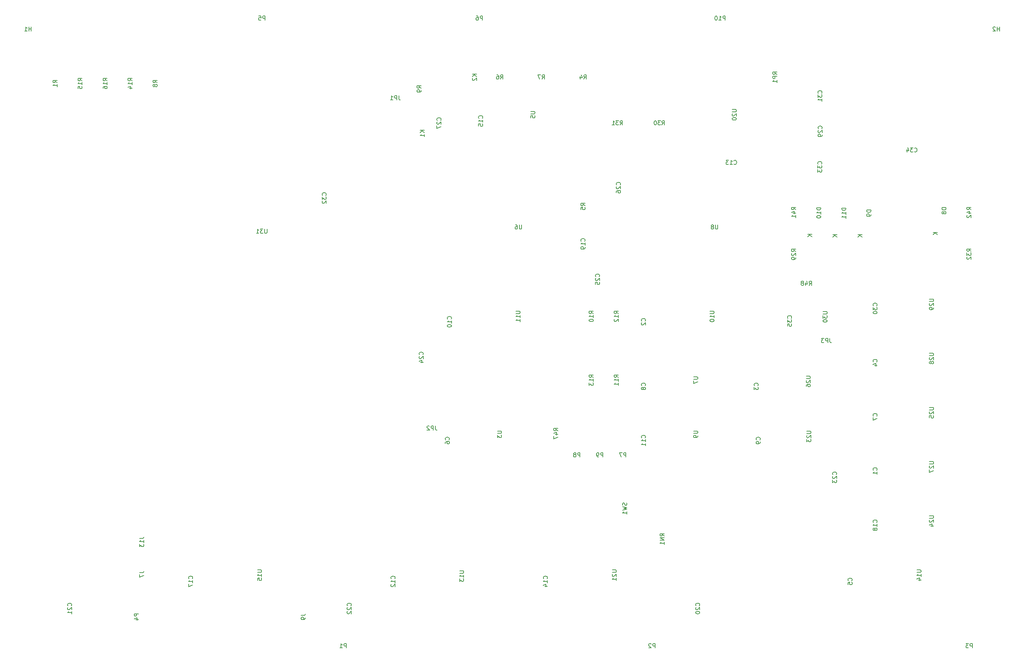
<source format=gbr>
%TF.GenerationSoftware,KiCad,Pcbnew,(6.0.11)*%
%TF.CreationDate,2024-01-15T12:07:12-05:00*%
%TF.ProjectId,input-output.Disk,696e7075-742d-46f7-9574-7075742e4469,rev?*%
%TF.SameCoordinates,Original*%
%TF.FileFunction,Legend,Bot*%
%TF.FilePolarity,Positive*%
%FSLAX46Y46*%
G04 Gerber Fmt 4.6, Leading zero omitted, Abs format (unit mm)*
G04 Created by KiCad (PCBNEW (6.0.11)) date 2024-01-15 12:07:12*
%MOMM*%
%LPD*%
G01*
G04 APERTURE LIST*
%ADD10C,0.150000*%
G04 APERTURE END LIST*
D10*
%TO.C,H2*%
X269261904Y-78452380D02*
X269261904Y-77452380D01*
X269261904Y-77928571D02*
X268690476Y-77928571D01*
X268690476Y-78452380D02*
X268690476Y-77452380D01*
X268261904Y-77547619D02*
X268214285Y-77500000D01*
X268119047Y-77452380D01*
X267880952Y-77452380D01*
X267785714Y-77500000D01*
X267738095Y-77547619D01*
X267690476Y-77642857D01*
X267690476Y-77738095D01*
X267738095Y-77880952D01*
X268309523Y-78452380D01*
X267690476Y-78452380D01*
%TO.C,H1*%
X37261904Y-78452380D02*
X37261904Y-77452380D01*
X37261904Y-77928571D02*
X36690476Y-77928571D01*
X36690476Y-78452380D02*
X36690476Y-77452380D01*
X35690476Y-78452380D02*
X36261904Y-78452380D01*
X35976190Y-78452380D02*
X35976190Y-77452380D01*
X36071428Y-77595238D01*
X36166666Y-77690476D01*
X36261904Y-77738095D01*
%TO.C,P2*%
X186738095Y-226452380D02*
X186738095Y-225452380D01*
X186357142Y-225452380D01*
X186261904Y-225500000D01*
X186214285Y-225547619D01*
X186166666Y-225642857D01*
X186166666Y-225785714D01*
X186214285Y-225880952D01*
X186261904Y-225928571D01*
X186357142Y-225976190D01*
X186738095Y-225976190D01*
X185785714Y-225547619D02*
X185738095Y-225500000D01*
X185642857Y-225452380D01*
X185404761Y-225452380D01*
X185309523Y-225500000D01*
X185261904Y-225547619D01*
X185214285Y-225642857D01*
X185214285Y-225738095D01*
X185261904Y-225880952D01*
X185833333Y-226452380D01*
X185214285Y-226452380D01*
%TO.C,P3*%
X262738095Y-226452380D02*
X262738095Y-225452380D01*
X262357142Y-225452380D01*
X262261904Y-225500000D01*
X262214285Y-225547619D01*
X262166666Y-225642857D01*
X262166666Y-225785714D01*
X262214285Y-225880952D01*
X262261904Y-225928571D01*
X262357142Y-225976190D01*
X262738095Y-225976190D01*
X261833333Y-225452380D02*
X261214285Y-225452380D01*
X261547619Y-225833333D01*
X261404761Y-225833333D01*
X261309523Y-225880952D01*
X261261904Y-225928571D01*
X261214285Y-226023809D01*
X261214285Y-226261904D01*
X261261904Y-226357142D01*
X261309523Y-226404761D01*
X261404761Y-226452380D01*
X261690476Y-226452380D01*
X261785714Y-226404761D01*
X261833333Y-226357142D01*
%TO.C,P1*%
X112738095Y-226452380D02*
X112738095Y-225452380D01*
X112357142Y-225452380D01*
X112261904Y-225500000D01*
X112214285Y-225547619D01*
X112166666Y-225642857D01*
X112166666Y-225785714D01*
X112214285Y-225880952D01*
X112261904Y-225928571D01*
X112357142Y-225976190D01*
X112738095Y-225976190D01*
X111214285Y-226452380D02*
X111785714Y-226452380D01*
X111500000Y-226452380D02*
X111500000Y-225452380D01*
X111595238Y-225595238D01*
X111690476Y-225690476D01*
X111785714Y-225738095D01*
%TO.C,RP1*%
X215952380Y-88833333D02*
X215476190Y-88500000D01*
X215952380Y-88261904D02*
X214952380Y-88261904D01*
X214952380Y-88642857D01*
X215000000Y-88738095D01*
X215047619Y-88785714D01*
X215142857Y-88833333D01*
X215285714Y-88833333D01*
X215380952Y-88785714D01*
X215428571Y-88738095D01*
X215476190Y-88642857D01*
X215476190Y-88261904D01*
X215952380Y-89261904D02*
X214952380Y-89261904D01*
X214952380Y-89642857D01*
X215000000Y-89738095D01*
X215047619Y-89785714D01*
X215142857Y-89833333D01*
X215285714Y-89833333D01*
X215380952Y-89785714D01*
X215428571Y-89738095D01*
X215476190Y-89642857D01*
X215476190Y-89261904D01*
X215952380Y-90785714D02*
X215952380Y-90214285D01*
X215952380Y-90500000D02*
X214952380Y-90500000D01*
X215095238Y-90404761D01*
X215190476Y-90309523D01*
X215238095Y-90214285D01*
%TO.C,U8*%
X201761904Y-124952380D02*
X201761904Y-125761904D01*
X201714285Y-125857142D01*
X201666666Y-125904761D01*
X201571428Y-125952380D01*
X201380952Y-125952380D01*
X201285714Y-125904761D01*
X201238095Y-125857142D01*
X201190476Y-125761904D01*
X201190476Y-124952380D01*
X200571428Y-125380952D02*
X200666666Y-125333333D01*
X200714285Y-125285714D01*
X200761904Y-125190476D01*
X200761904Y-125142857D01*
X200714285Y-125047619D01*
X200666666Y-125000000D01*
X200571428Y-124952380D01*
X200380952Y-124952380D01*
X200285714Y-125000000D01*
X200238095Y-125047619D01*
X200190476Y-125142857D01*
X200190476Y-125190476D01*
X200238095Y-125285714D01*
X200285714Y-125333333D01*
X200380952Y-125380952D01*
X200571428Y-125380952D01*
X200666666Y-125428571D01*
X200714285Y-125476190D01*
X200761904Y-125571428D01*
X200761904Y-125761904D01*
X200714285Y-125857142D01*
X200666666Y-125904761D01*
X200571428Y-125952380D01*
X200380952Y-125952380D01*
X200285714Y-125904761D01*
X200238095Y-125857142D01*
X200190476Y-125761904D01*
X200190476Y-125571428D01*
X200238095Y-125476190D01*
X200285714Y-125428571D01*
X200380952Y-125380952D01*
%TO.C,U25*%
X252467380Y-168751904D02*
X253276904Y-168751904D01*
X253372142Y-168799523D01*
X253419761Y-168847142D01*
X253467380Y-168942380D01*
X253467380Y-169132857D01*
X253419761Y-169228095D01*
X253372142Y-169275714D01*
X253276904Y-169323333D01*
X252467380Y-169323333D01*
X252562619Y-169751904D02*
X252515000Y-169799523D01*
X252467380Y-169894761D01*
X252467380Y-170132857D01*
X252515000Y-170228095D01*
X252562619Y-170275714D01*
X252657857Y-170323333D01*
X252753095Y-170323333D01*
X252895952Y-170275714D01*
X253467380Y-169704285D01*
X253467380Y-170323333D01*
X252467380Y-171228095D02*
X252467380Y-170751904D01*
X252943571Y-170704285D01*
X252895952Y-170751904D01*
X252848333Y-170847142D01*
X252848333Y-171085238D01*
X252895952Y-171180476D01*
X252943571Y-171228095D01*
X253038809Y-171275714D01*
X253276904Y-171275714D01*
X253372142Y-171228095D01*
X253419761Y-171180476D01*
X253467380Y-171085238D01*
X253467380Y-170847142D01*
X253419761Y-170751904D01*
X253372142Y-170704285D01*
%TO.C,U20*%
X205202380Y-97261904D02*
X206011904Y-97261904D01*
X206107142Y-97309523D01*
X206154761Y-97357142D01*
X206202380Y-97452380D01*
X206202380Y-97642857D01*
X206154761Y-97738095D01*
X206107142Y-97785714D01*
X206011904Y-97833333D01*
X205202380Y-97833333D01*
X205297619Y-98261904D02*
X205250000Y-98309523D01*
X205202380Y-98404761D01*
X205202380Y-98642857D01*
X205250000Y-98738095D01*
X205297619Y-98785714D01*
X205392857Y-98833333D01*
X205488095Y-98833333D01*
X205630952Y-98785714D01*
X206202380Y-98214285D01*
X206202380Y-98833333D01*
X205202380Y-99452380D02*
X205202380Y-99547619D01*
X205250000Y-99642857D01*
X205297619Y-99690476D01*
X205392857Y-99738095D01*
X205583333Y-99785714D01*
X205821428Y-99785714D01*
X206011904Y-99738095D01*
X206107142Y-99690476D01*
X206154761Y-99642857D01*
X206202380Y-99547619D01*
X206202380Y-99452380D01*
X206154761Y-99357142D01*
X206107142Y-99309523D01*
X206011904Y-99261904D01*
X205821428Y-99214285D01*
X205583333Y-99214285D01*
X205392857Y-99261904D01*
X205297619Y-99309523D01*
X205250000Y-99357142D01*
X205202380Y-99452380D01*
%TO.C,R6*%
X149666666Y-89952380D02*
X150000000Y-89476190D01*
X150238095Y-89952380D02*
X150238095Y-88952380D01*
X149857142Y-88952380D01*
X149761904Y-89000000D01*
X149714285Y-89047619D01*
X149666666Y-89142857D01*
X149666666Y-89285714D01*
X149714285Y-89380952D01*
X149761904Y-89428571D01*
X149857142Y-89476190D01*
X150238095Y-89476190D01*
X148809523Y-88952380D02*
X149000000Y-88952380D01*
X149095238Y-89000000D01*
X149142857Y-89047619D01*
X149238095Y-89190476D01*
X149285714Y-89380952D01*
X149285714Y-89761904D01*
X149238095Y-89857142D01*
X149190476Y-89904761D01*
X149095238Y-89952380D01*
X148904761Y-89952380D01*
X148809523Y-89904761D01*
X148761904Y-89857142D01*
X148714285Y-89761904D01*
X148714285Y-89523809D01*
X148761904Y-89428571D01*
X148809523Y-89380952D01*
X148904761Y-89333333D01*
X149095238Y-89333333D01*
X149190476Y-89380952D01*
X149238095Y-89428571D01*
X149285714Y-89523809D01*
%TO.C,C22*%
X113857154Y-216357142D02*
X113904773Y-216309523D01*
X113952392Y-216166666D01*
X113952392Y-216071428D01*
X113904773Y-215928571D01*
X113809535Y-215833333D01*
X113714297Y-215785714D01*
X113523821Y-215738095D01*
X113380964Y-215738095D01*
X113190488Y-215785714D01*
X113095250Y-215833333D01*
X113000012Y-215928571D01*
X112952392Y-216071428D01*
X112952392Y-216166666D01*
X113000012Y-216309523D01*
X113047631Y-216357142D01*
X113047631Y-216738095D02*
X113000012Y-216785714D01*
X112952392Y-216880952D01*
X112952392Y-217119047D01*
X113000012Y-217214285D01*
X113047631Y-217261904D01*
X113142869Y-217309523D01*
X113238107Y-217309523D01*
X113380964Y-217261904D01*
X113952392Y-216690476D01*
X113952392Y-217309523D01*
X113047631Y-217690476D02*
X113000012Y-217738095D01*
X112952392Y-217833333D01*
X112952392Y-218071428D01*
X113000012Y-218166666D01*
X113047631Y-218214285D01*
X113142869Y-218261904D01*
X113238107Y-218261904D01*
X113380964Y-218214285D01*
X113952392Y-217642857D01*
X113952392Y-218261904D01*
%TO.C,C10*%
X137857142Y-147547142D02*
X137904761Y-147499523D01*
X137952380Y-147356666D01*
X137952380Y-147261428D01*
X137904761Y-147118571D01*
X137809523Y-147023333D01*
X137714285Y-146975714D01*
X137523809Y-146928095D01*
X137380952Y-146928095D01*
X137190476Y-146975714D01*
X137095238Y-147023333D01*
X137000000Y-147118571D01*
X136952380Y-147261428D01*
X136952380Y-147356666D01*
X137000000Y-147499523D01*
X137047619Y-147547142D01*
X137952380Y-148499523D02*
X137952380Y-147928095D01*
X137952380Y-148213809D02*
X136952380Y-148213809D01*
X137095238Y-148118571D01*
X137190476Y-148023333D01*
X137238095Y-147928095D01*
X136952380Y-149118571D02*
X136952380Y-149213809D01*
X137000000Y-149309047D01*
X137047619Y-149356666D01*
X137142857Y-149404285D01*
X137333333Y-149451904D01*
X137571428Y-149451904D01*
X137761904Y-149404285D01*
X137857142Y-149356666D01*
X137904761Y-149309047D01*
X137952380Y-149213809D01*
X137952380Y-149118571D01*
X137904761Y-149023333D01*
X137857142Y-148975714D01*
X137761904Y-148928095D01*
X137571428Y-148880476D01*
X137333333Y-148880476D01*
X137142857Y-148928095D01*
X137047619Y-148975714D01*
X137000000Y-149023333D01*
X136952380Y-149118571D01*
%TO.C,C14*%
X160857142Y-209857142D02*
X160904761Y-209809523D01*
X160952380Y-209666666D01*
X160952380Y-209571428D01*
X160904761Y-209428571D01*
X160809523Y-209333333D01*
X160714285Y-209285714D01*
X160523809Y-209238095D01*
X160380952Y-209238095D01*
X160190476Y-209285714D01*
X160095238Y-209333333D01*
X160000000Y-209428571D01*
X159952380Y-209571428D01*
X159952380Y-209666666D01*
X160000000Y-209809523D01*
X160047619Y-209857142D01*
X160952380Y-210809523D02*
X160952380Y-210238095D01*
X160952380Y-210523809D02*
X159952380Y-210523809D01*
X160095238Y-210428571D01*
X160190476Y-210333333D01*
X160238095Y-210238095D01*
X160285714Y-211666666D02*
X160952380Y-211666666D01*
X159904761Y-211428571D02*
X160619047Y-211190476D01*
X160619047Y-211809523D01*
%TO.C,R29*%
X220452380Y-131357142D02*
X219976190Y-131023809D01*
X220452380Y-130785714D02*
X219452380Y-130785714D01*
X219452380Y-131166666D01*
X219500000Y-131261904D01*
X219547619Y-131309523D01*
X219642857Y-131357142D01*
X219785714Y-131357142D01*
X219880952Y-131309523D01*
X219928571Y-131261904D01*
X219976190Y-131166666D01*
X219976190Y-130785714D01*
X219547619Y-131738095D02*
X219500000Y-131785714D01*
X219452380Y-131880952D01*
X219452380Y-132119047D01*
X219500000Y-132214285D01*
X219547619Y-132261904D01*
X219642857Y-132309523D01*
X219738095Y-132309523D01*
X219880952Y-132261904D01*
X220452380Y-131690476D01*
X220452380Y-132309523D01*
X220452380Y-132785714D02*
X220452380Y-132976190D01*
X220404761Y-133071428D01*
X220357142Y-133119047D01*
X220214285Y-133214285D01*
X220023809Y-133261904D01*
X219642857Y-133261904D01*
X219547619Y-133214285D01*
X219500000Y-133166666D01*
X219452380Y-133071428D01*
X219452380Y-132880952D01*
X219500000Y-132785714D01*
X219547619Y-132738095D01*
X219642857Y-132690476D01*
X219880952Y-132690476D01*
X219976190Y-132738095D01*
X220023809Y-132785714D01*
X220071428Y-132880952D01*
X220071428Y-133071428D01*
X220023809Y-133166666D01*
X219976190Y-133214285D01*
X219880952Y-133261904D01*
%TO.C,C20*%
X197357142Y-216357142D02*
X197404761Y-216309523D01*
X197452380Y-216166666D01*
X197452380Y-216071428D01*
X197404761Y-215928571D01*
X197309523Y-215833333D01*
X197214285Y-215785714D01*
X197023809Y-215738095D01*
X196880952Y-215738095D01*
X196690476Y-215785714D01*
X196595238Y-215833333D01*
X196500000Y-215928571D01*
X196452380Y-216071428D01*
X196452380Y-216166666D01*
X196500000Y-216309523D01*
X196547619Y-216357142D01*
X196547619Y-216738095D02*
X196500000Y-216785714D01*
X196452380Y-216880952D01*
X196452380Y-217119047D01*
X196500000Y-217214285D01*
X196547619Y-217261904D01*
X196642857Y-217309523D01*
X196738095Y-217309523D01*
X196880952Y-217261904D01*
X197452380Y-216690476D01*
X197452380Y-217309523D01*
X196452380Y-217928571D02*
X196452380Y-218023809D01*
X196500000Y-218119047D01*
X196547619Y-218166666D01*
X196642857Y-218214285D01*
X196833333Y-218261904D01*
X197071428Y-218261904D01*
X197261904Y-218214285D01*
X197357142Y-218166666D01*
X197404761Y-218119047D01*
X197452380Y-218023809D01*
X197452380Y-217928571D01*
X197404761Y-217833333D01*
X197357142Y-217785714D01*
X197261904Y-217738095D01*
X197071428Y-217690476D01*
X196833333Y-217690476D01*
X196642857Y-217738095D01*
X196547619Y-217785714D01*
X196500000Y-217833333D01*
X196452380Y-217928571D01*
%TO.C,U31*%
X93738095Y-125952380D02*
X93738095Y-126761904D01*
X93690476Y-126857142D01*
X93642857Y-126904761D01*
X93547619Y-126952380D01*
X93357142Y-126952380D01*
X93261904Y-126904761D01*
X93214285Y-126857142D01*
X93166666Y-126761904D01*
X93166666Y-125952380D01*
X92785714Y-125952380D02*
X92166666Y-125952380D01*
X92500000Y-126333333D01*
X92357142Y-126333333D01*
X92261904Y-126380952D01*
X92214285Y-126428571D01*
X92166666Y-126523809D01*
X92166666Y-126761904D01*
X92214285Y-126857142D01*
X92261904Y-126904761D01*
X92357142Y-126952380D01*
X92642857Y-126952380D01*
X92738095Y-126904761D01*
X92785714Y-126857142D01*
X91214285Y-126952380D02*
X91785714Y-126952380D01*
X91500000Y-126952380D02*
X91500000Y-125952380D01*
X91595238Y-126095238D01*
X91690476Y-126190476D01*
X91785714Y-126238095D01*
%TO.C,C7*%
X239857142Y-170833333D02*
X239904761Y-170785714D01*
X239952380Y-170642857D01*
X239952380Y-170547619D01*
X239904761Y-170404761D01*
X239809523Y-170309523D01*
X239714285Y-170261904D01*
X239523809Y-170214285D01*
X239380952Y-170214285D01*
X239190476Y-170261904D01*
X239095238Y-170309523D01*
X239000000Y-170404761D01*
X238952380Y-170547619D01*
X238952380Y-170642857D01*
X239000000Y-170785714D01*
X239047619Y-170833333D01*
X238952380Y-171166666D02*
X238952380Y-171833333D01*
X239952380Y-171404761D01*
%TO.C,C27*%
X135357154Y-99857142D02*
X135404773Y-99809523D01*
X135452392Y-99666666D01*
X135452392Y-99571428D01*
X135404773Y-99428571D01*
X135309535Y-99333333D01*
X135214297Y-99285714D01*
X135023821Y-99238095D01*
X134880964Y-99238095D01*
X134690488Y-99285714D01*
X134595250Y-99333333D01*
X134500012Y-99428571D01*
X134452392Y-99571428D01*
X134452392Y-99666666D01*
X134500012Y-99809523D01*
X134547631Y-99857142D01*
X134547631Y-100238095D02*
X134500012Y-100285714D01*
X134452392Y-100380952D01*
X134452392Y-100619047D01*
X134500012Y-100714285D01*
X134547631Y-100761904D01*
X134642869Y-100809523D01*
X134738107Y-100809523D01*
X134880964Y-100761904D01*
X135452392Y-100190476D01*
X135452392Y-100809523D01*
X134452392Y-101142857D02*
X134452392Y-101809523D01*
X135452392Y-101380952D01*
%TO.C,P7*%
X179738095Y-180642380D02*
X179738095Y-179642380D01*
X179357142Y-179642380D01*
X179261904Y-179690000D01*
X179214285Y-179737619D01*
X179166666Y-179832857D01*
X179166666Y-179975714D01*
X179214285Y-180070952D01*
X179261904Y-180118571D01*
X179357142Y-180166190D01*
X179738095Y-180166190D01*
X178833333Y-179642380D02*
X178166666Y-179642380D01*
X178595238Y-180642380D01*
%TO.C,U21*%
X176457380Y-207751904D02*
X177266904Y-207751904D01*
X177362142Y-207799523D01*
X177409761Y-207847142D01*
X177457380Y-207942380D01*
X177457380Y-208132857D01*
X177409761Y-208228095D01*
X177362142Y-208275714D01*
X177266904Y-208323333D01*
X176457380Y-208323333D01*
X176552619Y-208751904D02*
X176505000Y-208799523D01*
X176457380Y-208894761D01*
X176457380Y-209132857D01*
X176505000Y-209228095D01*
X176552619Y-209275714D01*
X176647857Y-209323333D01*
X176743095Y-209323333D01*
X176885952Y-209275714D01*
X177457380Y-208704285D01*
X177457380Y-209323333D01*
X177457380Y-210275714D02*
X177457380Y-209704285D01*
X177457380Y-209990000D02*
X176457380Y-209990000D01*
X176600238Y-209894761D01*
X176695476Y-209799523D01*
X176743095Y-209704285D01*
%TO.C,R47*%
X163452380Y-174357142D02*
X162976190Y-174023809D01*
X163452380Y-173785714D02*
X162452380Y-173785714D01*
X162452380Y-174166666D01*
X162500000Y-174261904D01*
X162547619Y-174309523D01*
X162642857Y-174357142D01*
X162785714Y-174357142D01*
X162880952Y-174309523D01*
X162928571Y-174261904D01*
X162976190Y-174166666D01*
X162976190Y-173785714D01*
X162785714Y-175214285D02*
X163452380Y-175214285D01*
X162404761Y-174976190D02*
X163119047Y-174738095D01*
X163119047Y-175357142D01*
X162452380Y-175642857D02*
X162452380Y-176309523D01*
X163452380Y-175880952D01*
%TO.C,C18*%
X239857142Y-196357142D02*
X239904761Y-196309523D01*
X239952380Y-196166666D01*
X239952380Y-196071428D01*
X239904761Y-195928571D01*
X239809523Y-195833333D01*
X239714285Y-195785714D01*
X239523809Y-195738095D01*
X239380952Y-195738095D01*
X239190476Y-195785714D01*
X239095238Y-195833333D01*
X239000000Y-195928571D01*
X238952380Y-196071428D01*
X238952380Y-196166666D01*
X239000000Y-196309523D01*
X239047619Y-196357142D01*
X239952380Y-197309523D02*
X239952380Y-196738095D01*
X239952380Y-197023809D02*
X238952380Y-197023809D01*
X239095238Y-196928571D01*
X239190476Y-196833333D01*
X239238095Y-196738095D01*
X239380952Y-197880952D02*
X239333333Y-197785714D01*
X239285714Y-197738095D01*
X239190476Y-197690476D01*
X239142857Y-197690476D01*
X239047619Y-197738095D01*
X239000000Y-197785714D01*
X238952380Y-197880952D01*
X238952380Y-198071428D01*
X239000000Y-198166666D01*
X239047619Y-198214285D01*
X239142857Y-198261904D01*
X239190476Y-198261904D01*
X239285714Y-198214285D01*
X239333333Y-198166666D01*
X239380952Y-198071428D01*
X239380952Y-197880952D01*
X239428571Y-197785714D01*
X239476190Y-197738095D01*
X239571428Y-197690476D01*
X239761904Y-197690476D01*
X239857142Y-197738095D01*
X239904761Y-197785714D01*
X239952380Y-197880952D01*
X239952380Y-198071428D01*
X239904761Y-198166666D01*
X239857142Y-198214285D01*
X239761904Y-198261904D01*
X239571428Y-198261904D01*
X239476190Y-198214285D01*
X239428571Y-198166666D01*
X239380952Y-198071428D01*
%TO.C,C9*%
X211857142Y-176523333D02*
X211904761Y-176475714D01*
X211952380Y-176332857D01*
X211952380Y-176237619D01*
X211904761Y-176094761D01*
X211809523Y-175999523D01*
X211714285Y-175951904D01*
X211523809Y-175904285D01*
X211380952Y-175904285D01*
X211190476Y-175951904D01*
X211095238Y-175999523D01*
X211000000Y-176094761D01*
X210952380Y-176237619D01*
X210952380Y-176332857D01*
X211000000Y-176475714D01*
X211047619Y-176523333D01*
X211952380Y-176999523D02*
X211952380Y-177190000D01*
X211904761Y-177285238D01*
X211857142Y-177332857D01*
X211714285Y-177428095D01*
X211523809Y-177475714D01*
X211142857Y-177475714D01*
X211047619Y-177428095D01*
X211000000Y-177380476D01*
X210952380Y-177285238D01*
X210952380Y-177094761D01*
X211000000Y-176999523D01*
X211047619Y-176951904D01*
X211142857Y-176904285D01*
X211380952Y-176904285D01*
X211476190Y-176951904D01*
X211523809Y-176999523D01*
X211571428Y-177094761D01*
X211571428Y-177285238D01*
X211523809Y-177380476D01*
X211476190Y-177428095D01*
X211380952Y-177475714D01*
%TO.C,C15*%
X145357142Y-99357142D02*
X145404761Y-99309523D01*
X145452380Y-99166666D01*
X145452380Y-99071428D01*
X145404761Y-98928571D01*
X145309523Y-98833333D01*
X145214285Y-98785714D01*
X145023809Y-98738095D01*
X144880952Y-98738095D01*
X144690476Y-98785714D01*
X144595238Y-98833333D01*
X144500000Y-98928571D01*
X144452380Y-99071428D01*
X144452380Y-99166666D01*
X144500000Y-99309523D01*
X144547619Y-99357142D01*
X145452380Y-100309523D02*
X145452380Y-99738095D01*
X145452380Y-100023809D02*
X144452380Y-100023809D01*
X144595238Y-99928571D01*
X144690476Y-99833333D01*
X144738095Y-99738095D01*
X144452380Y-101214285D02*
X144452380Y-100738095D01*
X144928571Y-100690476D01*
X144880952Y-100738095D01*
X144833333Y-100833333D01*
X144833333Y-101071428D01*
X144880952Y-101166666D01*
X144928571Y-101214285D01*
X145023809Y-101261904D01*
X145261904Y-101261904D01*
X145357142Y-101214285D01*
X145404761Y-101166666D01*
X145452380Y-101071428D01*
X145452380Y-100833333D01*
X145404761Y-100738095D01*
X145357142Y-100690476D01*
%TO.C,R9*%
X130702380Y-92143333D02*
X130226190Y-91810000D01*
X130702380Y-91571904D02*
X129702380Y-91571904D01*
X129702380Y-91952857D01*
X129750000Y-92048095D01*
X129797619Y-92095714D01*
X129892857Y-92143333D01*
X130035714Y-92143333D01*
X130130952Y-92095714D01*
X130178571Y-92048095D01*
X130226190Y-91952857D01*
X130226190Y-91571904D01*
X130702380Y-92619523D02*
X130702380Y-92810000D01*
X130654761Y-92905238D01*
X130607142Y-92952857D01*
X130464285Y-93048095D01*
X130273809Y-93095714D01*
X129892857Y-93095714D01*
X129797619Y-93048095D01*
X129750000Y-93000476D01*
X129702380Y-92905238D01*
X129702380Y-92714761D01*
X129750000Y-92619523D01*
X129797619Y-92571904D01*
X129892857Y-92524285D01*
X130130952Y-92524285D01*
X130226190Y-92571904D01*
X130273809Y-92619523D01*
X130321428Y-92714761D01*
X130321428Y-92905238D01*
X130273809Y-93000476D01*
X130226190Y-93048095D01*
X130130952Y-93095714D01*
%TO.C,J9*%
X101927380Y-218666666D02*
X102641666Y-218666666D01*
X102784523Y-218619047D01*
X102879761Y-218523809D01*
X102927380Y-218380952D01*
X102927380Y-218285714D01*
X102927380Y-219190476D02*
X102927380Y-219380952D01*
X102879761Y-219476190D01*
X102832142Y-219523809D01*
X102689285Y-219619047D01*
X102498809Y-219666666D01*
X102117857Y-219666666D01*
X102022619Y-219619047D01*
X101975000Y-219571428D01*
X101927380Y-219476190D01*
X101927380Y-219285714D01*
X101975000Y-219190476D01*
X102022619Y-219142857D01*
X102117857Y-219095238D01*
X102355952Y-219095238D01*
X102451190Y-219142857D01*
X102498809Y-219190476D01*
X102546428Y-219285714D01*
X102546428Y-219476190D01*
X102498809Y-219571428D01*
X102451190Y-219619047D01*
X102355952Y-219666666D01*
%TO.C,P6*%
X145368095Y-75819880D02*
X145368095Y-74819880D01*
X144987142Y-74819880D01*
X144891904Y-74867500D01*
X144844285Y-74915119D01*
X144796666Y-75010357D01*
X144796666Y-75153214D01*
X144844285Y-75248452D01*
X144891904Y-75296071D01*
X144987142Y-75343690D01*
X145368095Y-75343690D01*
X143939523Y-74819880D02*
X144130000Y-74819880D01*
X144225238Y-74867500D01*
X144272857Y-74915119D01*
X144368095Y-75057976D01*
X144415714Y-75248452D01*
X144415714Y-75629404D01*
X144368095Y-75724642D01*
X144320476Y-75772261D01*
X144225238Y-75819880D01*
X144034761Y-75819880D01*
X143939523Y-75772261D01*
X143891904Y-75724642D01*
X143844285Y-75629404D01*
X143844285Y-75391309D01*
X143891904Y-75296071D01*
X143939523Y-75248452D01*
X144034761Y-75200833D01*
X144225238Y-75200833D01*
X144320476Y-75248452D01*
X144368095Y-75296071D01*
X144415714Y-75391309D01*
%TO.C,R1*%
X43452380Y-90833333D02*
X42976190Y-90500000D01*
X43452380Y-90261904D02*
X42452380Y-90261904D01*
X42452380Y-90642857D01*
X42500000Y-90738095D01*
X42547619Y-90785714D01*
X42642857Y-90833333D01*
X42785714Y-90833333D01*
X42880952Y-90785714D01*
X42928571Y-90738095D01*
X42976190Y-90642857D01*
X42976190Y-90261904D01*
X43452380Y-91785714D02*
X43452380Y-91214285D01*
X43452380Y-91500000D02*
X42452380Y-91500000D01*
X42595238Y-91404761D01*
X42690476Y-91309523D01*
X42738095Y-91214285D01*
%TO.C,K2*%
X143952380Y-88761904D02*
X142952380Y-88761904D01*
X143952380Y-89333333D02*
X143380952Y-88904761D01*
X142952380Y-89333333D02*
X143523809Y-88761904D01*
X143047619Y-89714285D02*
X143000000Y-89761904D01*
X142952380Y-89857142D01*
X142952380Y-90095238D01*
X143000000Y-90190476D01*
X143047619Y-90238095D01*
X143142857Y-90285714D01*
X143238095Y-90285714D01*
X143380952Y-90238095D01*
X143952380Y-89666666D01*
X143952380Y-90285714D01*
%TO.C,R11*%
X177952380Y-161537142D02*
X177476190Y-161203809D01*
X177952380Y-160965714D02*
X176952380Y-160965714D01*
X176952380Y-161346666D01*
X177000000Y-161441904D01*
X177047619Y-161489523D01*
X177142857Y-161537142D01*
X177285714Y-161537142D01*
X177380952Y-161489523D01*
X177428571Y-161441904D01*
X177476190Y-161346666D01*
X177476190Y-160965714D01*
X177952380Y-162489523D02*
X177952380Y-161918095D01*
X177952380Y-162203809D02*
X176952380Y-162203809D01*
X177095238Y-162108571D01*
X177190476Y-162013333D01*
X177238095Y-161918095D01*
X177952380Y-163441904D02*
X177952380Y-162870476D01*
X177952380Y-163156190D02*
X176952380Y-163156190D01*
X177095238Y-163060952D01*
X177190476Y-162965714D01*
X177238095Y-162870476D01*
%TO.C,R10*%
X171952380Y-146237142D02*
X171476190Y-145903809D01*
X171952380Y-145665714D02*
X170952380Y-145665714D01*
X170952380Y-146046666D01*
X171000000Y-146141904D01*
X171047619Y-146189523D01*
X171142857Y-146237142D01*
X171285714Y-146237142D01*
X171380952Y-146189523D01*
X171428571Y-146141904D01*
X171476190Y-146046666D01*
X171476190Y-145665714D01*
X171952380Y-147189523D02*
X171952380Y-146618095D01*
X171952380Y-146903809D02*
X170952380Y-146903809D01*
X171095238Y-146808571D01*
X171190476Y-146713333D01*
X171238095Y-146618095D01*
X170952380Y-147808571D02*
X170952380Y-147903809D01*
X171000000Y-147999047D01*
X171047619Y-148046666D01*
X171142857Y-148094285D01*
X171333333Y-148141904D01*
X171571428Y-148141904D01*
X171761904Y-148094285D01*
X171857142Y-148046666D01*
X171904761Y-147999047D01*
X171952380Y-147903809D01*
X171952380Y-147808571D01*
X171904761Y-147713333D01*
X171857142Y-147665714D01*
X171761904Y-147618095D01*
X171571428Y-147570476D01*
X171333333Y-147570476D01*
X171142857Y-147618095D01*
X171047619Y-147665714D01*
X171000000Y-147713333D01*
X170952380Y-147808571D01*
%TO.C,U14*%
X249457380Y-207751904D02*
X250266904Y-207751904D01*
X250362142Y-207799523D01*
X250409761Y-207847142D01*
X250457380Y-207942380D01*
X250457380Y-208132857D01*
X250409761Y-208228095D01*
X250362142Y-208275714D01*
X250266904Y-208323333D01*
X249457380Y-208323333D01*
X250457380Y-209323333D02*
X250457380Y-208751904D01*
X250457380Y-209037619D02*
X249457380Y-209037619D01*
X249600238Y-208942380D01*
X249695476Y-208847142D01*
X249743095Y-208751904D01*
X249790714Y-210180476D02*
X250457380Y-210180476D01*
X249409761Y-209942380D02*
X250124047Y-209704285D01*
X250124047Y-210323333D01*
%TO.C,R15*%
X49452380Y-90357142D02*
X48976190Y-90023809D01*
X49452380Y-89785714D02*
X48452380Y-89785714D01*
X48452380Y-90166666D01*
X48500000Y-90261904D01*
X48547619Y-90309523D01*
X48642857Y-90357142D01*
X48785714Y-90357142D01*
X48880952Y-90309523D01*
X48928571Y-90261904D01*
X48976190Y-90166666D01*
X48976190Y-89785714D01*
X49452380Y-91309523D02*
X49452380Y-90738095D01*
X49452380Y-91023809D02*
X48452380Y-91023809D01*
X48595238Y-90928571D01*
X48690476Y-90833333D01*
X48738095Y-90738095D01*
X48452380Y-92214285D02*
X48452380Y-91738095D01*
X48928571Y-91690476D01*
X48880952Y-91738095D01*
X48833333Y-91833333D01*
X48833333Y-92071428D01*
X48880952Y-92166666D01*
X48928571Y-92214285D01*
X49023809Y-92261904D01*
X49261904Y-92261904D01*
X49357142Y-92214285D01*
X49404761Y-92166666D01*
X49452380Y-92071428D01*
X49452380Y-91833333D01*
X49404761Y-91738095D01*
X49357142Y-91690476D01*
%TO.C,D10*%
X226452380Y-120815714D02*
X225452380Y-120815714D01*
X225452380Y-121053809D01*
X225500000Y-121196666D01*
X225595238Y-121291904D01*
X225690476Y-121339523D01*
X225880952Y-121387142D01*
X226023809Y-121387142D01*
X226214285Y-121339523D01*
X226309523Y-121291904D01*
X226404761Y-121196666D01*
X226452380Y-121053809D01*
X226452380Y-120815714D01*
X226452380Y-122339523D02*
X226452380Y-121768095D01*
X226452380Y-122053809D02*
X225452380Y-122053809D01*
X225595238Y-121958571D01*
X225690476Y-121863333D01*
X225738095Y-121768095D01*
X225452380Y-122958571D02*
X225452380Y-123053809D01*
X225500000Y-123149047D01*
X225547619Y-123196666D01*
X225642857Y-123244285D01*
X225833333Y-123291904D01*
X226071428Y-123291904D01*
X226261904Y-123244285D01*
X226357142Y-123196666D01*
X226404761Y-123149047D01*
X226452380Y-123053809D01*
X226452380Y-122958571D01*
X226404761Y-122863333D01*
X226357142Y-122815714D01*
X226261904Y-122768095D01*
X226071428Y-122720476D01*
X225833333Y-122720476D01*
X225642857Y-122768095D01*
X225547619Y-122815714D01*
X225500000Y-122863333D01*
X225452380Y-122958571D01*
X224352380Y-127238095D02*
X223352380Y-127238095D01*
X224352380Y-127809523D02*
X223780952Y-127380952D01*
X223352380Y-127809523D02*
X223923809Y-127238095D01*
%TO.C,J13*%
X63202380Y-200195476D02*
X63916666Y-200195476D01*
X64059523Y-200147857D01*
X64154761Y-200052619D01*
X64202380Y-199909761D01*
X64202380Y-199814523D01*
X64202380Y-201195476D02*
X64202380Y-200624047D01*
X64202380Y-200909761D02*
X63202380Y-200909761D01*
X63345238Y-200814523D01*
X63440476Y-200719285D01*
X63488095Y-200624047D01*
X63202380Y-201528809D02*
X63202380Y-202147857D01*
X63583333Y-201814523D01*
X63583333Y-201957380D01*
X63630952Y-202052619D01*
X63678571Y-202100238D01*
X63773809Y-202147857D01*
X64011904Y-202147857D01*
X64107142Y-202100238D01*
X64154761Y-202052619D01*
X64202380Y-201957380D01*
X64202380Y-201671666D01*
X64154761Y-201576428D01*
X64107142Y-201528809D01*
%TO.C,C23*%
X230152042Y-184857142D02*
X230199661Y-184809523D01*
X230247280Y-184666666D01*
X230247280Y-184571428D01*
X230199661Y-184428571D01*
X230104423Y-184333333D01*
X230009185Y-184285714D01*
X229818709Y-184238095D01*
X229675852Y-184238095D01*
X229485376Y-184285714D01*
X229390138Y-184333333D01*
X229294900Y-184428571D01*
X229247280Y-184571428D01*
X229247280Y-184666666D01*
X229294900Y-184809523D01*
X229342519Y-184857142D01*
X229342519Y-185238095D02*
X229294900Y-185285714D01*
X229247280Y-185380952D01*
X229247280Y-185619047D01*
X229294900Y-185714285D01*
X229342519Y-185761904D01*
X229437757Y-185809523D01*
X229532995Y-185809523D01*
X229675852Y-185761904D01*
X230247280Y-185190476D01*
X230247280Y-185809523D01*
X229247280Y-186142857D02*
X229247280Y-186761904D01*
X229628233Y-186428571D01*
X229628233Y-186571428D01*
X229675852Y-186666666D01*
X229723471Y-186714285D01*
X229818709Y-186761904D01*
X230056804Y-186761904D01*
X230152042Y-186714285D01*
X230199661Y-186666666D01*
X230247280Y-186571428D01*
X230247280Y-186285714D01*
X230199661Y-186190476D01*
X230152042Y-186142857D01*
%TO.C,U5*%
X156947380Y-97728095D02*
X157756904Y-97728095D01*
X157852142Y-97775714D01*
X157899761Y-97823333D01*
X157947380Y-97918571D01*
X157947380Y-98109047D01*
X157899761Y-98204285D01*
X157852142Y-98251904D01*
X157756904Y-98299523D01*
X156947380Y-98299523D01*
X156947380Y-99251904D02*
X156947380Y-98775714D01*
X157423571Y-98728095D01*
X157375952Y-98775714D01*
X157328333Y-98870952D01*
X157328333Y-99109047D01*
X157375952Y-99204285D01*
X157423571Y-99251904D01*
X157518809Y-99299523D01*
X157756904Y-99299523D01*
X157852142Y-99251904D01*
X157899761Y-99204285D01*
X157947380Y-99109047D01*
X157947380Y-98870952D01*
X157899761Y-98775714D01*
X157852142Y-98728095D01*
%TO.C,C21*%
X46857154Y-216357142D02*
X46904773Y-216309523D01*
X46952392Y-216166666D01*
X46952392Y-216071428D01*
X46904773Y-215928571D01*
X46809535Y-215833333D01*
X46714297Y-215785714D01*
X46523821Y-215738095D01*
X46380964Y-215738095D01*
X46190488Y-215785714D01*
X46095250Y-215833333D01*
X46000012Y-215928571D01*
X45952392Y-216071428D01*
X45952392Y-216166666D01*
X46000012Y-216309523D01*
X46047631Y-216357142D01*
X46047631Y-216738095D02*
X46000012Y-216785714D01*
X45952392Y-216880952D01*
X45952392Y-217119047D01*
X46000012Y-217214285D01*
X46047631Y-217261904D01*
X46142869Y-217309523D01*
X46238107Y-217309523D01*
X46380964Y-217261904D01*
X46952392Y-216690476D01*
X46952392Y-217309523D01*
X46952392Y-218261904D02*
X46952392Y-217690476D01*
X46952392Y-217976190D02*
X45952392Y-217976190D01*
X46095250Y-217880952D01*
X46190488Y-217785714D01*
X46238107Y-217690476D01*
%TO.C,C12*%
X124357142Y-209857142D02*
X124404761Y-209809523D01*
X124452380Y-209666666D01*
X124452380Y-209571428D01*
X124404761Y-209428571D01*
X124309523Y-209333333D01*
X124214285Y-209285714D01*
X124023809Y-209238095D01*
X123880952Y-209238095D01*
X123690476Y-209285714D01*
X123595238Y-209333333D01*
X123500000Y-209428571D01*
X123452380Y-209571428D01*
X123452380Y-209666666D01*
X123500000Y-209809523D01*
X123547619Y-209857142D01*
X124452380Y-210809523D02*
X124452380Y-210238095D01*
X124452380Y-210523809D02*
X123452380Y-210523809D01*
X123595238Y-210428571D01*
X123690476Y-210333333D01*
X123738095Y-210238095D01*
X123547619Y-211190476D02*
X123500000Y-211238095D01*
X123452380Y-211333333D01*
X123452380Y-211571428D01*
X123500000Y-211666666D01*
X123547619Y-211714285D01*
X123642857Y-211761904D01*
X123738095Y-211761904D01*
X123880952Y-211714285D01*
X124452380Y-211142857D01*
X124452380Y-211761904D01*
%TO.C,U10*%
X199882380Y-145641904D02*
X200691904Y-145641904D01*
X200787142Y-145689523D01*
X200834761Y-145737142D01*
X200882380Y-145832380D01*
X200882380Y-146022857D01*
X200834761Y-146118095D01*
X200787142Y-146165714D01*
X200691904Y-146213333D01*
X199882380Y-146213333D01*
X200882380Y-147213333D02*
X200882380Y-146641904D01*
X200882380Y-146927619D02*
X199882380Y-146927619D01*
X200025238Y-146832380D01*
X200120476Y-146737142D01*
X200168095Y-146641904D01*
X199882380Y-147832380D02*
X199882380Y-147927619D01*
X199930000Y-148022857D01*
X199977619Y-148070476D01*
X200072857Y-148118095D01*
X200263333Y-148165714D01*
X200501428Y-148165714D01*
X200691904Y-148118095D01*
X200787142Y-148070476D01*
X200834761Y-148022857D01*
X200882380Y-147927619D01*
X200882380Y-147832380D01*
X200834761Y-147737142D01*
X200787142Y-147689523D01*
X200691904Y-147641904D01*
X200501428Y-147594285D01*
X200263333Y-147594285D01*
X200072857Y-147641904D01*
X199977619Y-147689523D01*
X199930000Y-147737142D01*
X199882380Y-147832380D01*
%TO.C,P5*%
X93263095Y-75819880D02*
X93263095Y-74819880D01*
X92882142Y-74819880D01*
X92786904Y-74867500D01*
X92739285Y-74915119D01*
X92691666Y-75010357D01*
X92691666Y-75153214D01*
X92739285Y-75248452D01*
X92786904Y-75296071D01*
X92882142Y-75343690D01*
X93263095Y-75343690D01*
X91786904Y-74819880D02*
X92263095Y-74819880D01*
X92310714Y-75296071D01*
X92263095Y-75248452D01*
X92167857Y-75200833D01*
X91929761Y-75200833D01*
X91834523Y-75248452D01*
X91786904Y-75296071D01*
X91739285Y-75391309D01*
X91739285Y-75629404D01*
X91786904Y-75724642D01*
X91834523Y-75772261D01*
X91929761Y-75819880D01*
X92167857Y-75819880D01*
X92263095Y-75772261D01*
X92310714Y-75724642D01*
%TO.C,R32*%
X262452380Y-131297142D02*
X261976190Y-130963809D01*
X262452380Y-130725714D02*
X261452380Y-130725714D01*
X261452380Y-131106666D01*
X261500000Y-131201904D01*
X261547619Y-131249523D01*
X261642857Y-131297142D01*
X261785714Y-131297142D01*
X261880952Y-131249523D01*
X261928571Y-131201904D01*
X261976190Y-131106666D01*
X261976190Y-130725714D01*
X261452380Y-131630476D02*
X261452380Y-132249523D01*
X261833333Y-131916190D01*
X261833333Y-132059047D01*
X261880952Y-132154285D01*
X261928571Y-132201904D01*
X262023809Y-132249523D01*
X262261904Y-132249523D01*
X262357142Y-132201904D01*
X262404761Y-132154285D01*
X262452380Y-132059047D01*
X262452380Y-131773333D01*
X262404761Y-131678095D01*
X262357142Y-131630476D01*
X261547619Y-132630476D02*
X261500000Y-132678095D01*
X261452380Y-132773333D01*
X261452380Y-133011428D01*
X261500000Y-133106666D01*
X261547619Y-133154285D01*
X261642857Y-133201904D01*
X261738095Y-133201904D01*
X261880952Y-133154285D01*
X262452380Y-132582857D01*
X262452380Y-133201904D01*
%TO.C,R7*%
X159666666Y-89952380D02*
X160000000Y-89476190D01*
X160238095Y-89952380D02*
X160238095Y-88952380D01*
X159857142Y-88952380D01*
X159761904Y-89000000D01*
X159714285Y-89047619D01*
X159666666Y-89142857D01*
X159666666Y-89285714D01*
X159714285Y-89380952D01*
X159761904Y-89428571D01*
X159857142Y-89476190D01*
X160238095Y-89476190D01*
X159333333Y-88952380D02*
X158666666Y-88952380D01*
X159095238Y-89952380D01*
%TO.C,C19*%
X169857142Y-128857142D02*
X169904761Y-128809523D01*
X169952380Y-128666666D01*
X169952380Y-128571428D01*
X169904761Y-128428571D01*
X169809523Y-128333333D01*
X169714285Y-128285714D01*
X169523809Y-128238095D01*
X169380952Y-128238095D01*
X169190476Y-128285714D01*
X169095238Y-128333333D01*
X169000000Y-128428571D01*
X168952380Y-128571428D01*
X168952380Y-128666666D01*
X169000000Y-128809523D01*
X169047619Y-128857142D01*
X169952380Y-129809523D02*
X169952380Y-129238095D01*
X169952380Y-129523809D02*
X168952380Y-129523809D01*
X169095238Y-129428571D01*
X169190476Y-129333333D01*
X169238095Y-129238095D01*
X169952380Y-130285714D02*
X169952380Y-130476190D01*
X169904761Y-130571428D01*
X169857142Y-130619047D01*
X169714285Y-130714285D01*
X169523809Y-130761904D01*
X169142857Y-130761904D01*
X169047619Y-130714285D01*
X169000000Y-130666666D01*
X168952380Y-130571428D01*
X168952380Y-130380952D01*
X169000000Y-130285714D01*
X169047619Y-130238095D01*
X169142857Y-130190476D01*
X169380952Y-130190476D01*
X169476190Y-130238095D01*
X169523809Y-130285714D01*
X169571428Y-130380952D01*
X169571428Y-130571428D01*
X169523809Y-130666666D01*
X169476190Y-130714285D01*
X169380952Y-130761904D01*
%TO.C,P8*%
X168738095Y-180642380D02*
X168738095Y-179642380D01*
X168357142Y-179642380D01*
X168261904Y-179690000D01*
X168214285Y-179737619D01*
X168166666Y-179832857D01*
X168166666Y-179975714D01*
X168214285Y-180070952D01*
X168261904Y-180118571D01*
X168357142Y-180166190D01*
X168738095Y-180166190D01*
X167595238Y-180070952D02*
X167690476Y-180023333D01*
X167738095Y-179975714D01*
X167785714Y-179880476D01*
X167785714Y-179832857D01*
X167738095Y-179737619D01*
X167690476Y-179690000D01*
X167595238Y-179642380D01*
X167404761Y-179642380D01*
X167309523Y-179690000D01*
X167261904Y-179737619D01*
X167214285Y-179832857D01*
X167214285Y-179880476D01*
X167261904Y-179975714D01*
X167309523Y-180023333D01*
X167404761Y-180070952D01*
X167595238Y-180070952D01*
X167690476Y-180118571D01*
X167738095Y-180166190D01*
X167785714Y-180261428D01*
X167785714Y-180451904D01*
X167738095Y-180547142D01*
X167690476Y-180594761D01*
X167595238Y-180642380D01*
X167404761Y-180642380D01*
X167309523Y-180594761D01*
X167261904Y-180547142D01*
X167214285Y-180451904D01*
X167214285Y-180261428D01*
X167261904Y-180166190D01*
X167309523Y-180118571D01*
X167404761Y-180070952D01*
%TO.C,R16*%
X55452380Y-90357142D02*
X54976190Y-90023809D01*
X55452380Y-89785714D02*
X54452380Y-89785714D01*
X54452380Y-90166666D01*
X54500000Y-90261904D01*
X54547619Y-90309523D01*
X54642857Y-90357142D01*
X54785714Y-90357142D01*
X54880952Y-90309523D01*
X54928571Y-90261904D01*
X54976190Y-90166666D01*
X54976190Y-89785714D01*
X55452380Y-91309523D02*
X55452380Y-90738095D01*
X55452380Y-91023809D02*
X54452380Y-91023809D01*
X54595238Y-90928571D01*
X54690476Y-90833333D01*
X54738095Y-90738095D01*
X54452380Y-92166666D02*
X54452380Y-91976190D01*
X54500000Y-91880952D01*
X54547619Y-91833333D01*
X54690476Y-91738095D01*
X54880952Y-91690476D01*
X55261904Y-91690476D01*
X55357142Y-91738095D01*
X55404761Y-91785714D01*
X55452380Y-91880952D01*
X55452380Y-92071428D01*
X55404761Y-92166666D01*
X55357142Y-92214285D01*
X55261904Y-92261904D01*
X55023809Y-92261904D01*
X54928571Y-92214285D01*
X54880952Y-92166666D01*
X54833333Y-92071428D01*
X54833333Y-91880952D01*
X54880952Y-91785714D01*
X54928571Y-91738095D01*
X55023809Y-91690476D01*
%TO.C,C24*%
X131107142Y-156107142D02*
X131154761Y-156059523D01*
X131202380Y-155916666D01*
X131202380Y-155821428D01*
X131154761Y-155678571D01*
X131059523Y-155583333D01*
X130964285Y-155535714D01*
X130773809Y-155488095D01*
X130630952Y-155488095D01*
X130440476Y-155535714D01*
X130345238Y-155583333D01*
X130250000Y-155678571D01*
X130202380Y-155821428D01*
X130202380Y-155916666D01*
X130250000Y-156059523D01*
X130297619Y-156107142D01*
X130297619Y-156488095D02*
X130250000Y-156535714D01*
X130202380Y-156630952D01*
X130202380Y-156869047D01*
X130250000Y-156964285D01*
X130297619Y-157011904D01*
X130392857Y-157059523D01*
X130488095Y-157059523D01*
X130630952Y-157011904D01*
X131202380Y-156440476D01*
X131202380Y-157059523D01*
X130535714Y-157916666D02*
X131202380Y-157916666D01*
X130154761Y-157678571D02*
X130869047Y-157440476D01*
X130869047Y-158059523D01*
%TO.C,P4*%
X62952380Y-218261904D02*
X61952380Y-218261904D01*
X61952380Y-218642857D01*
X62000000Y-218738095D01*
X62047619Y-218785714D01*
X62142857Y-218833333D01*
X62285714Y-218833333D01*
X62380952Y-218785714D01*
X62428571Y-218738095D01*
X62476190Y-218642857D01*
X62476190Y-218261904D01*
X62285714Y-219690476D02*
X62952380Y-219690476D01*
X61904761Y-219452380D02*
X62619047Y-219214285D01*
X62619047Y-219833333D01*
%TO.C,C30*%
X239857142Y-144357142D02*
X239904761Y-144309523D01*
X239952380Y-144166666D01*
X239952380Y-144071428D01*
X239904761Y-143928571D01*
X239809523Y-143833333D01*
X239714285Y-143785714D01*
X239523809Y-143738095D01*
X239380952Y-143738095D01*
X239190476Y-143785714D01*
X239095238Y-143833333D01*
X239000000Y-143928571D01*
X238952380Y-144071428D01*
X238952380Y-144166666D01*
X239000000Y-144309523D01*
X239047619Y-144357142D01*
X238952380Y-144690476D02*
X238952380Y-145309523D01*
X239333333Y-144976190D01*
X239333333Y-145119047D01*
X239380952Y-145214285D01*
X239428571Y-145261904D01*
X239523809Y-145309523D01*
X239761904Y-145309523D01*
X239857142Y-145261904D01*
X239904761Y-145214285D01*
X239952380Y-145119047D01*
X239952380Y-144833333D01*
X239904761Y-144738095D01*
X239857142Y-144690476D01*
X238952380Y-145928571D02*
X238952380Y-146023809D01*
X239000000Y-146119047D01*
X239047619Y-146166666D01*
X239142857Y-146214285D01*
X239333333Y-146261904D01*
X239571428Y-146261904D01*
X239761904Y-146214285D01*
X239857142Y-146166666D01*
X239904761Y-146119047D01*
X239952380Y-146023809D01*
X239952380Y-145928571D01*
X239904761Y-145833333D01*
X239857142Y-145785714D01*
X239761904Y-145738095D01*
X239571428Y-145690476D01*
X239333333Y-145690476D01*
X239142857Y-145738095D01*
X239047619Y-145785714D01*
X239000000Y-145833333D01*
X238952380Y-145928571D01*
%TO.C,P9*%
X174238095Y-180642380D02*
X174238095Y-179642380D01*
X173857142Y-179642380D01*
X173761904Y-179690000D01*
X173714285Y-179737619D01*
X173666666Y-179832857D01*
X173666666Y-179975714D01*
X173714285Y-180070952D01*
X173761904Y-180118571D01*
X173857142Y-180166190D01*
X174238095Y-180166190D01*
X173190476Y-180642380D02*
X173000000Y-180642380D01*
X172904761Y-180594761D01*
X172857142Y-180547142D01*
X172761904Y-180404285D01*
X172714285Y-180213809D01*
X172714285Y-179832857D01*
X172761904Y-179737619D01*
X172809523Y-179690000D01*
X172904761Y-179642380D01*
X173095238Y-179642380D01*
X173190476Y-179690000D01*
X173238095Y-179737619D01*
X173285714Y-179832857D01*
X173285714Y-180070952D01*
X173238095Y-180166190D01*
X173190476Y-180213809D01*
X173095238Y-180261428D01*
X172904761Y-180261428D01*
X172809523Y-180213809D01*
X172761904Y-180166190D01*
X172714285Y-180070952D01*
%TO.C,D9*%
X238452380Y-121371904D02*
X237452380Y-121371904D01*
X237452380Y-121610000D01*
X237500000Y-121752857D01*
X237595238Y-121848095D01*
X237690476Y-121895714D01*
X237880952Y-121943333D01*
X238023809Y-121943333D01*
X238214285Y-121895714D01*
X238309523Y-121848095D01*
X238404761Y-121752857D01*
X238452380Y-121610000D01*
X238452380Y-121371904D01*
X238452380Y-122419523D02*
X238452380Y-122610000D01*
X238404761Y-122705238D01*
X238357142Y-122752857D01*
X238214285Y-122848095D01*
X238023809Y-122895714D01*
X237642857Y-122895714D01*
X237547619Y-122848095D01*
X237500000Y-122800476D01*
X237452380Y-122705238D01*
X237452380Y-122514761D01*
X237500000Y-122419523D01*
X237547619Y-122371904D01*
X237642857Y-122324285D01*
X237880952Y-122324285D01*
X237976190Y-122371904D01*
X238023809Y-122419523D01*
X238071428Y-122514761D01*
X238071428Y-122705238D01*
X238023809Y-122800476D01*
X237976190Y-122848095D01*
X237880952Y-122895714D01*
X236352380Y-127318095D02*
X235352380Y-127318095D01*
X236352380Y-127889523D02*
X235780952Y-127460952D01*
X235352380Y-127889523D02*
X235923809Y-127318095D01*
%TO.C,R42*%
X262452380Y-121297142D02*
X261976190Y-120963809D01*
X262452380Y-120725714D02*
X261452380Y-120725714D01*
X261452380Y-121106666D01*
X261500000Y-121201904D01*
X261547619Y-121249523D01*
X261642857Y-121297142D01*
X261785714Y-121297142D01*
X261880952Y-121249523D01*
X261928571Y-121201904D01*
X261976190Y-121106666D01*
X261976190Y-120725714D01*
X261785714Y-122154285D02*
X262452380Y-122154285D01*
X261404761Y-121916190D02*
X262119047Y-121678095D01*
X262119047Y-122297142D01*
X261547619Y-122630476D02*
X261500000Y-122678095D01*
X261452380Y-122773333D01*
X261452380Y-123011428D01*
X261500000Y-123106666D01*
X261547619Y-123154285D01*
X261642857Y-123201904D01*
X261738095Y-123201904D01*
X261880952Y-123154285D01*
X262452380Y-122582857D01*
X262452380Y-123201904D01*
%TO.C,P10*%
X203534285Y-75819880D02*
X203534285Y-74819880D01*
X203153333Y-74819880D01*
X203058095Y-74867500D01*
X203010476Y-74915119D01*
X202962857Y-75010357D01*
X202962857Y-75153214D01*
X203010476Y-75248452D01*
X203058095Y-75296071D01*
X203153333Y-75343690D01*
X203534285Y-75343690D01*
X202010476Y-75819880D02*
X202581904Y-75819880D01*
X202296190Y-75819880D02*
X202296190Y-74819880D01*
X202391428Y-74962738D01*
X202486666Y-75057976D01*
X202581904Y-75105595D01*
X201391428Y-74819880D02*
X201296190Y-74819880D01*
X201200952Y-74867500D01*
X201153333Y-74915119D01*
X201105714Y-75010357D01*
X201058095Y-75200833D01*
X201058095Y-75438928D01*
X201105714Y-75629404D01*
X201153333Y-75724642D01*
X201200952Y-75772261D01*
X201296190Y-75819880D01*
X201391428Y-75819880D01*
X201486666Y-75772261D01*
X201534285Y-75724642D01*
X201581904Y-75629404D01*
X201629523Y-75438928D01*
X201629523Y-75200833D01*
X201581904Y-75010357D01*
X201534285Y-74915119D01*
X201486666Y-74867500D01*
X201391428Y-74819880D01*
%TO.C,SW1*%
X179904761Y-191671666D02*
X179952380Y-191814523D01*
X179952380Y-192052619D01*
X179904761Y-192147857D01*
X179857142Y-192195476D01*
X179761904Y-192243095D01*
X179666666Y-192243095D01*
X179571428Y-192195476D01*
X179523809Y-192147857D01*
X179476190Y-192052619D01*
X179428571Y-191862142D01*
X179380952Y-191766904D01*
X179333333Y-191719285D01*
X179238095Y-191671666D01*
X179142857Y-191671666D01*
X179047619Y-191719285D01*
X179000000Y-191766904D01*
X178952380Y-191862142D01*
X178952380Y-192100238D01*
X179000000Y-192243095D01*
X178952380Y-192576428D02*
X179952380Y-192814523D01*
X179238095Y-193005000D01*
X179952380Y-193195476D01*
X178952380Y-193433571D01*
X179952380Y-194338333D02*
X179952380Y-193766904D01*
X179952380Y-194052619D02*
X178952380Y-194052619D01*
X179095238Y-193957380D01*
X179190476Y-193862142D01*
X179238095Y-193766904D01*
%TO.C,R5*%
X169952380Y-120333333D02*
X169476190Y-120000000D01*
X169952380Y-119761904D02*
X168952380Y-119761904D01*
X168952380Y-120142857D01*
X169000000Y-120238095D01*
X169047619Y-120285714D01*
X169142857Y-120333333D01*
X169285714Y-120333333D01*
X169380952Y-120285714D01*
X169428571Y-120238095D01*
X169476190Y-120142857D01*
X169476190Y-119761904D01*
X168952380Y-121238095D02*
X168952380Y-120761904D01*
X169428571Y-120714285D01*
X169380952Y-120761904D01*
X169333333Y-120857142D01*
X169333333Y-121095238D01*
X169380952Y-121190476D01*
X169428571Y-121238095D01*
X169523809Y-121285714D01*
X169761904Y-121285714D01*
X169857142Y-121238095D01*
X169904761Y-121190476D01*
X169952380Y-121095238D01*
X169952380Y-120857142D01*
X169904761Y-120761904D01*
X169857142Y-120714285D01*
%TO.C,R30*%
X188392857Y-100952380D02*
X188726190Y-100476190D01*
X188964285Y-100952380D02*
X188964285Y-99952380D01*
X188583333Y-99952380D01*
X188488095Y-100000000D01*
X188440476Y-100047619D01*
X188392857Y-100142857D01*
X188392857Y-100285714D01*
X188440476Y-100380952D01*
X188488095Y-100428571D01*
X188583333Y-100476190D01*
X188964285Y-100476190D01*
X188059523Y-99952380D02*
X187440476Y-99952380D01*
X187773809Y-100333333D01*
X187630952Y-100333333D01*
X187535714Y-100380952D01*
X187488095Y-100428571D01*
X187440476Y-100523809D01*
X187440476Y-100761904D01*
X187488095Y-100857142D01*
X187535714Y-100904761D01*
X187630952Y-100952380D01*
X187916666Y-100952380D01*
X188011904Y-100904761D01*
X188059523Y-100857142D01*
X186821428Y-99952380D02*
X186726190Y-99952380D01*
X186630952Y-100000000D01*
X186583333Y-100047619D01*
X186535714Y-100142857D01*
X186488095Y-100333333D01*
X186488095Y-100571428D01*
X186535714Y-100761904D01*
X186583333Y-100857142D01*
X186630952Y-100904761D01*
X186726190Y-100952380D01*
X186821428Y-100952380D01*
X186916666Y-100904761D01*
X186964285Y-100857142D01*
X187011904Y-100761904D01*
X187059523Y-100571428D01*
X187059523Y-100333333D01*
X187011904Y-100142857D01*
X186964285Y-100047619D01*
X186916666Y-100000000D01*
X186821428Y-99952380D01*
%TO.C,C25*%
X173357154Y-137357142D02*
X173404773Y-137309523D01*
X173452392Y-137166666D01*
X173452392Y-137071428D01*
X173404773Y-136928571D01*
X173309535Y-136833333D01*
X173214297Y-136785714D01*
X173023821Y-136738095D01*
X172880964Y-136738095D01*
X172690488Y-136785714D01*
X172595250Y-136833333D01*
X172500012Y-136928571D01*
X172452392Y-137071428D01*
X172452392Y-137166666D01*
X172500012Y-137309523D01*
X172547631Y-137357142D01*
X172547631Y-137738095D02*
X172500012Y-137785714D01*
X172452392Y-137880952D01*
X172452392Y-138119047D01*
X172500012Y-138214285D01*
X172547631Y-138261904D01*
X172642869Y-138309523D01*
X172738107Y-138309523D01*
X172880964Y-138261904D01*
X173452392Y-137690476D01*
X173452392Y-138309523D01*
X172452392Y-139214285D02*
X172452392Y-138738095D01*
X172928583Y-138690476D01*
X172880964Y-138738095D01*
X172833345Y-138833333D01*
X172833345Y-139071428D01*
X172880964Y-139166666D01*
X172928583Y-139214285D01*
X173023821Y-139261904D01*
X173261916Y-139261904D01*
X173357154Y-139214285D01*
X173404773Y-139166666D01*
X173452392Y-139071428D01*
X173452392Y-138833333D01*
X173404773Y-138738095D01*
X173357154Y-138690476D01*
%TO.C,U29*%
X252467380Y-142751904D02*
X253276904Y-142751904D01*
X253372142Y-142799523D01*
X253419761Y-142847142D01*
X253467380Y-142942380D01*
X253467380Y-143132857D01*
X253419761Y-143228095D01*
X253372142Y-143275714D01*
X253276904Y-143323333D01*
X252467380Y-143323333D01*
X252562619Y-143751904D02*
X252515000Y-143799523D01*
X252467380Y-143894761D01*
X252467380Y-144132857D01*
X252515000Y-144228095D01*
X252562619Y-144275714D01*
X252657857Y-144323333D01*
X252753095Y-144323333D01*
X252895952Y-144275714D01*
X253467380Y-143704285D01*
X253467380Y-144323333D01*
X253467380Y-144799523D02*
X253467380Y-144990000D01*
X253419761Y-145085238D01*
X253372142Y-145132857D01*
X253229285Y-145228095D01*
X253038809Y-145275714D01*
X252657857Y-145275714D01*
X252562619Y-145228095D01*
X252515000Y-145180476D01*
X252467380Y-145085238D01*
X252467380Y-144894761D01*
X252515000Y-144799523D01*
X252562619Y-144751904D01*
X252657857Y-144704285D01*
X252895952Y-144704285D01*
X252991190Y-144751904D01*
X253038809Y-144799523D01*
X253086428Y-144894761D01*
X253086428Y-145085238D01*
X253038809Y-145180476D01*
X252991190Y-145228095D01*
X252895952Y-145275714D01*
%TO.C,C13*%
X205642857Y-110357142D02*
X205690476Y-110404761D01*
X205833333Y-110452380D01*
X205928571Y-110452380D01*
X206071428Y-110404761D01*
X206166666Y-110309523D01*
X206214285Y-110214285D01*
X206261904Y-110023809D01*
X206261904Y-109880952D01*
X206214285Y-109690476D01*
X206166666Y-109595238D01*
X206071428Y-109500000D01*
X205928571Y-109452380D01*
X205833333Y-109452380D01*
X205690476Y-109500000D01*
X205642857Y-109547619D01*
X204690476Y-110452380D02*
X205261904Y-110452380D01*
X204976190Y-110452380D02*
X204976190Y-109452380D01*
X205071428Y-109595238D01*
X205166666Y-109690476D01*
X205261904Y-109738095D01*
X204357142Y-109452380D02*
X203738095Y-109452380D01*
X204071428Y-109833333D01*
X203928571Y-109833333D01*
X203833333Y-109880952D01*
X203785714Y-109928571D01*
X203738095Y-110023809D01*
X203738095Y-110261904D01*
X203785714Y-110357142D01*
X203833333Y-110404761D01*
X203928571Y-110452380D01*
X204214285Y-110452380D01*
X204309523Y-110404761D01*
X204357142Y-110357142D01*
%TO.C,C29*%
X226691842Y-101857142D02*
X226739461Y-101809523D01*
X226787080Y-101666666D01*
X226787080Y-101571428D01*
X226739461Y-101428571D01*
X226644223Y-101333333D01*
X226548985Y-101285714D01*
X226358509Y-101238095D01*
X226215652Y-101238095D01*
X226025176Y-101285714D01*
X225929938Y-101333333D01*
X225834700Y-101428571D01*
X225787080Y-101571428D01*
X225787080Y-101666666D01*
X225834700Y-101809523D01*
X225882319Y-101857142D01*
X225882319Y-102238095D02*
X225834700Y-102285714D01*
X225787080Y-102380952D01*
X225787080Y-102619047D01*
X225834700Y-102714285D01*
X225882319Y-102761904D01*
X225977557Y-102809523D01*
X226072795Y-102809523D01*
X226215652Y-102761904D01*
X226787080Y-102190476D01*
X226787080Y-102809523D01*
X226787080Y-103285714D02*
X226787080Y-103476190D01*
X226739461Y-103571428D01*
X226691842Y-103619047D01*
X226548985Y-103714285D01*
X226358509Y-103761904D01*
X225977557Y-103761904D01*
X225882319Y-103714285D01*
X225834700Y-103666666D01*
X225787080Y-103571428D01*
X225787080Y-103380952D01*
X225834700Y-103285714D01*
X225882319Y-103238095D01*
X225977557Y-103190476D01*
X226215652Y-103190476D01*
X226310890Y-103238095D01*
X226358509Y-103285714D01*
X226406128Y-103380952D01*
X226406128Y-103571428D01*
X226358509Y-103666666D01*
X226310890Y-103714285D01*
X226215652Y-103761904D01*
%TO.C,U23*%
X223072380Y-174451904D02*
X223881904Y-174451904D01*
X223977142Y-174499523D01*
X224024761Y-174547142D01*
X224072380Y-174642380D01*
X224072380Y-174832857D01*
X224024761Y-174928095D01*
X223977142Y-174975714D01*
X223881904Y-175023333D01*
X223072380Y-175023333D01*
X223167619Y-175451904D02*
X223120000Y-175499523D01*
X223072380Y-175594761D01*
X223072380Y-175832857D01*
X223120000Y-175928095D01*
X223167619Y-175975714D01*
X223262857Y-176023333D01*
X223358095Y-176023333D01*
X223500952Y-175975714D01*
X224072380Y-175404285D01*
X224072380Y-176023333D01*
X223072380Y-176356666D02*
X223072380Y-176975714D01*
X223453333Y-176642380D01*
X223453333Y-176785238D01*
X223500952Y-176880476D01*
X223548571Y-176928095D01*
X223643809Y-176975714D01*
X223881904Y-176975714D01*
X223977142Y-176928095D01*
X224024761Y-176880476D01*
X224072380Y-176785238D01*
X224072380Y-176499523D01*
X224024761Y-176404285D01*
X223977142Y-176356666D01*
%TO.C,R48*%
X223642857Y-139452380D02*
X223976190Y-138976190D01*
X224214285Y-139452380D02*
X224214285Y-138452380D01*
X223833333Y-138452380D01*
X223738095Y-138500000D01*
X223690476Y-138547619D01*
X223642857Y-138642857D01*
X223642857Y-138785714D01*
X223690476Y-138880952D01*
X223738095Y-138928571D01*
X223833333Y-138976190D01*
X224214285Y-138976190D01*
X222785714Y-138785714D02*
X222785714Y-139452380D01*
X223023809Y-138404761D02*
X223261904Y-139119047D01*
X222642857Y-139119047D01*
X222119047Y-138880952D02*
X222214285Y-138833333D01*
X222261904Y-138785714D01*
X222309523Y-138690476D01*
X222309523Y-138642857D01*
X222261904Y-138547619D01*
X222214285Y-138500000D01*
X222119047Y-138452380D01*
X221928571Y-138452380D01*
X221833333Y-138500000D01*
X221785714Y-138547619D01*
X221738095Y-138642857D01*
X221738095Y-138690476D01*
X221785714Y-138785714D01*
X221833333Y-138833333D01*
X221928571Y-138880952D01*
X222119047Y-138880952D01*
X222214285Y-138928571D01*
X222261904Y-138976190D01*
X222309523Y-139071428D01*
X222309523Y-139261904D01*
X222261904Y-139357142D01*
X222214285Y-139404761D01*
X222119047Y-139452380D01*
X221928571Y-139452380D01*
X221833333Y-139404761D01*
X221785714Y-139357142D01*
X221738095Y-139261904D01*
X221738095Y-139071428D01*
X221785714Y-138976190D01*
X221833333Y-138928571D01*
X221928571Y-138880952D01*
%TO.C,C3*%
X211357142Y-163523333D02*
X211404761Y-163475714D01*
X211452380Y-163332857D01*
X211452380Y-163237619D01*
X211404761Y-163094761D01*
X211309523Y-162999523D01*
X211214285Y-162951904D01*
X211023809Y-162904285D01*
X210880952Y-162904285D01*
X210690476Y-162951904D01*
X210595238Y-162999523D01*
X210500000Y-163094761D01*
X210452380Y-163237619D01*
X210452380Y-163332857D01*
X210500000Y-163475714D01*
X210547619Y-163523333D01*
X210452380Y-163856666D02*
X210452380Y-164475714D01*
X210833333Y-164142380D01*
X210833333Y-164285238D01*
X210880952Y-164380476D01*
X210928571Y-164428095D01*
X211023809Y-164475714D01*
X211261904Y-164475714D01*
X211357142Y-164428095D01*
X211404761Y-164380476D01*
X211452380Y-164285238D01*
X211452380Y-163999523D01*
X211404761Y-163904285D01*
X211357142Y-163856666D01*
%TO.C,C35*%
X219357142Y-147357142D02*
X219404761Y-147309523D01*
X219452380Y-147166666D01*
X219452380Y-147071428D01*
X219404761Y-146928571D01*
X219309523Y-146833333D01*
X219214285Y-146785714D01*
X219023809Y-146738095D01*
X218880952Y-146738095D01*
X218690476Y-146785714D01*
X218595238Y-146833333D01*
X218500000Y-146928571D01*
X218452380Y-147071428D01*
X218452380Y-147166666D01*
X218500000Y-147309523D01*
X218547619Y-147357142D01*
X218452380Y-147690476D02*
X218452380Y-148309523D01*
X218833333Y-147976190D01*
X218833333Y-148119047D01*
X218880952Y-148214285D01*
X218928571Y-148261904D01*
X219023809Y-148309523D01*
X219261904Y-148309523D01*
X219357142Y-148261904D01*
X219404761Y-148214285D01*
X219452380Y-148119047D01*
X219452380Y-147833333D01*
X219404761Y-147738095D01*
X219357142Y-147690476D01*
X218452380Y-149214285D02*
X218452380Y-148738095D01*
X218928571Y-148690476D01*
X218880952Y-148738095D01*
X218833333Y-148833333D01*
X218833333Y-149071428D01*
X218880952Y-149166666D01*
X218928571Y-149214285D01*
X219023809Y-149261904D01*
X219261904Y-149261904D01*
X219357142Y-149214285D01*
X219404761Y-149166666D01*
X219452380Y-149071428D01*
X219452380Y-148833333D01*
X219404761Y-148738095D01*
X219357142Y-148690476D01*
%TO.C,C17*%
X75857142Y-209857142D02*
X75904761Y-209809523D01*
X75952380Y-209666666D01*
X75952380Y-209571428D01*
X75904761Y-209428571D01*
X75809523Y-209333333D01*
X75714285Y-209285714D01*
X75523809Y-209238095D01*
X75380952Y-209238095D01*
X75190476Y-209285714D01*
X75095238Y-209333333D01*
X75000000Y-209428571D01*
X74952380Y-209571428D01*
X74952380Y-209666666D01*
X75000000Y-209809523D01*
X75047619Y-209857142D01*
X75952380Y-210809523D02*
X75952380Y-210238095D01*
X75952380Y-210523809D02*
X74952380Y-210523809D01*
X75095238Y-210428571D01*
X75190476Y-210333333D01*
X75238095Y-210238095D01*
X74952380Y-211142857D02*
X74952380Y-211809523D01*
X75952380Y-211380952D01*
%TO.C,R8*%
X67452380Y-90833333D02*
X66976190Y-90500000D01*
X67452380Y-90261904D02*
X66452380Y-90261904D01*
X66452380Y-90642857D01*
X66500000Y-90738095D01*
X66547619Y-90785714D01*
X66642857Y-90833333D01*
X66785714Y-90833333D01*
X66880952Y-90785714D01*
X66928571Y-90738095D01*
X66976190Y-90642857D01*
X66976190Y-90261904D01*
X66880952Y-91404761D02*
X66833333Y-91309523D01*
X66785714Y-91261904D01*
X66690476Y-91214285D01*
X66642857Y-91214285D01*
X66547619Y-91261904D01*
X66500000Y-91309523D01*
X66452380Y-91404761D01*
X66452380Y-91595238D01*
X66500000Y-91690476D01*
X66547619Y-91738095D01*
X66642857Y-91785714D01*
X66690476Y-91785714D01*
X66785714Y-91738095D01*
X66833333Y-91690476D01*
X66880952Y-91595238D01*
X66880952Y-91404761D01*
X66928571Y-91309523D01*
X66976190Y-91261904D01*
X67071428Y-91214285D01*
X67261904Y-91214285D01*
X67357142Y-91261904D01*
X67404761Y-91309523D01*
X67452380Y-91404761D01*
X67452380Y-91595238D01*
X67404761Y-91690476D01*
X67357142Y-91738095D01*
X67261904Y-91785714D01*
X67071428Y-91785714D01*
X66976190Y-91738095D01*
X66928571Y-91690476D01*
X66880952Y-91595238D01*
%TO.C,C26*%
X178357142Y-115357142D02*
X178404761Y-115309523D01*
X178452380Y-115166666D01*
X178452380Y-115071428D01*
X178404761Y-114928571D01*
X178309523Y-114833333D01*
X178214285Y-114785714D01*
X178023809Y-114738095D01*
X177880952Y-114738095D01*
X177690476Y-114785714D01*
X177595238Y-114833333D01*
X177500000Y-114928571D01*
X177452380Y-115071428D01*
X177452380Y-115166666D01*
X177500000Y-115309523D01*
X177547619Y-115357142D01*
X177547619Y-115738095D02*
X177500000Y-115785714D01*
X177452380Y-115880952D01*
X177452380Y-116119047D01*
X177500000Y-116214285D01*
X177547619Y-116261904D01*
X177642857Y-116309523D01*
X177738095Y-116309523D01*
X177880952Y-116261904D01*
X178452380Y-115690476D01*
X178452380Y-116309523D01*
X177452380Y-117166666D02*
X177452380Y-116976190D01*
X177500000Y-116880952D01*
X177547619Y-116833333D01*
X177690476Y-116738095D01*
X177880952Y-116690476D01*
X178261904Y-116690476D01*
X178357142Y-116738095D01*
X178404761Y-116785714D01*
X178452380Y-116880952D01*
X178452380Y-117071428D01*
X178404761Y-117166666D01*
X178357142Y-117214285D01*
X178261904Y-117261904D01*
X178023809Y-117261904D01*
X177928571Y-117214285D01*
X177880952Y-117166666D01*
X177833333Y-117071428D01*
X177833333Y-116880952D01*
X177880952Y-116785714D01*
X177928571Y-116738095D01*
X178023809Y-116690476D01*
%TO.C,U13*%
X139882380Y-207951904D02*
X140691904Y-207951904D01*
X140787142Y-207999523D01*
X140834761Y-208047142D01*
X140882380Y-208142380D01*
X140882380Y-208332857D01*
X140834761Y-208428095D01*
X140787142Y-208475714D01*
X140691904Y-208523333D01*
X139882380Y-208523333D01*
X140882380Y-209523333D02*
X140882380Y-208951904D01*
X140882380Y-209237619D02*
X139882380Y-209237619D01*
X140025238Y-209142380D01*
X140120476Y-209047142D01*
X140168095Y-208951904D01*
X139882380Y-209856666D02*
X139882380Y-210475714D01*
X140263333Y-210142380D01*
X140263333Y-210285238D01*
X140310952Y-210380476D01*
X140358571Y-210428095D01*
X140453809Y-210475714D01*
X140691904Y-210475714D01*
X140787142Y-210428095D01*
X140834761Y-210380476D01*
X140882380Y-210285238D01*
X140882380Y-209999523D01*
X140834761Y-209904285D01*
X140787142Y-209856666D01*
%TO.C,U9*%
X195947380Y-174418095D02*
X196756904Y-174418095D01*
X196852142Y-174465714D01*
X196899761Y-174513333D01*
X196947380Y-174608571D01*
X196947380Y-174799047D01*
X196899761Y-174894285D01*
X196852142Y-174941904D01*
X196756904Y-174989523D01*
X195947380Y-174989523D01*
X196947380Y-175513333D02*
X196947380Y-175703809D01*
X196899761Y-175799047D01*
X196852142Y-175846666D01*
X196709285Y-175941904D01*
X196518809Y-175989523D01*
X196137857Y-175989523D01*
X196042619Y-175941904D01*
X195995000Y-175894285D01*
X195947380Y-175799047D01*
X195947380Y-175608571D01*
X195995000Y-175513333D01*
X196042619Y-175465714D01*
X196137857Y-175418095D01*
X196375952Y-175418095D01*
X196471190Y-175465714D01*
X196518809Y-175513333D01*
X196566428Y-175608571D01*
X196566428Y-175799047D01*
X196518809Y-175894285D01*
X196471190Y-175941904D01*
X196375952Y-175989523D01*
%TO.C,U30*%
X226962380Y-145751904D02*
X227771904Y-145751904D01*
X227867142Y-145799523D01*
X227914761Y-145847142D01*
X227962380Y-145942380D01*
X227962380Y-146132857D01*
X227914761Y-146228095D01*
X227867142Y-146275714D01*
X227771904Y-146323333D01*
X226962380Y-146323333D01*
X226962380Y-146704285D02*
X226962380Y-147323333D01*
X227343333Y-146990000D01*
X227343333Y-147132857D01*
X227390952Y-147228095D01*
X227438571Y-147275714D01*
X227533809Y-147323333D01*
X227771904Y-147323333D01*
X227867142Y-147275714D01*
X227914761Y-147228095D01*
X227962380Y-147132857D01*
X227962380Y-146847142D01*
X227914761Y-146751904D01*
X227867142Y-146704285D01*
X226962380Y-147942380D02*
X226962380Y-148037619D01*
X227010000Y-148132857D01*
X227057619Y-148180476D01*
X227152857Y-148228095D01*
X227343333Y-148275714D01*
X227581428Y-148275714D01*
X227771904Y-148228095D01*
X227867142Y-148180476D01*
X227914761Y-148132857D01*
X227962380Y-148037619D01*
X227962380Y-147942380D01*
X227914761Y-147847142D01*
X227867142Y-147799523D01*
X227771904Y-147751904D01*
X227581428Y-147704285D01*
X227343333Y-147704285D01*
X227152857Y-147751904D01*
X227057619Y-147799523D01*
X227010000Y-147847142D01*
X226962380Y-147942380D01*
%TO.C,U6*%
X154761904Y-124952380D02*
X154761904Y-125761904D01*
X154714285Y-125857142D01*
X154666666Y-125904761D01*
X154571428Y-125952380D01*
X154380952Y-125952380D01*
X154285714Y-125904761D01*
X154238095Y-125857142D01*
X154190476Y-125761904D01*
X154190476Y-124952380D01*
X153285714Y-124952380D02*
X153476190Y-124952380D01*
X153571428Y-125000000D01*
X153619047Y-125047619D01*
X153714285Y-125190476D01*
X153761904Y-125380952D01*
X153761904Y-125761904D01*
X153714285Y-125857142D01*
X153666666Y-125904761D01*
X153571428Y-125952380D01*
X153380952Y-125952380D01*
X153285714Y-125904761D01*
X153238095Y-125857142D01*
X153190476Y-125761904D01*
X153190476Y-125523809D01*
X153238095Y-125428571D01*
X153285714Y-125380952D01*
X153380952Y-125333333D01*
X153571428Y-125333333D01*
X153666666Y-125380952D01*
X153714285Y-125428571D01*
X153761904Y-125523809D01*
%TO.C,U7*%
X195947380Y-161418095D02*
X196756904Y-161418095D01*
X196852142Y-161465714D01*
X196899761Y-161513333D01*
X196947380Y-161608571D01*
X196947380Y-161799047D01*
X196899761Y-161894285D01*
X196852142Y-161941904D01*
X196756904Y-161989523D01*
X195947380Y-161989523D01*
X195947380Y-162370476D02*
X195947380Y-163037142D01*
X196947380Y-162608571D01*
%TO.C,C1*%
X239857142Y-183833333D02*
X239904761Y-183785714D01*
X239952380Y-183642857D01*
X239952380Y-183547619D01*
X239904761Y-183404761D01*
X239809523Y-183309523D01*
X239714285Y-183261904D01*
X239523809Y-183214285D01*
X239380952Y-183214285D01*
X239190476Y-183261904D01*
X239095238Y-183309523D01*
X239000000Y-183404761D01*
X238952380Y-183547619D01*
X238952380Y-183642857D01*
X239000000Y-183785714D01*
X239047619Y-183833333D01*
X239952380Y-184785714D02*
X239952380Y-184214285D01*
X239952380Y-184500000D02*
X238952380Y-184500000D01*
X239095238Y-184404761D01*
X239190476Y-184309523D01*
X239238095Y-184214285D01*
%TO.C,K1*%
X131452380Y-102261904D02*
X130452380Y-102261904D01*
X131452380Y-102833333D02*
X130880952Y-102404761D01*
X130452380Y-102833333D02*
X131023809Y-102261904D01*
X131452380Y-103785714D02*
X131452380Y-103214285D01*
X131452380Y-103500000D02*
X130452380Y-103500000D01*
X130595238Y-103404761D01*
X130690476Y-103309523D01*
X130738095Y-103214285D01*
%TO.C,R4*%
X169666666Y-89952380D02*
X170000000Y-89476190D01*
X170238095Y-89952380D02*
X170238095Y-88952380D01*
X169857142Y-88952380D01*
X169761904Y-89000000D01*
X169714285Y-89047619D01*
X169666666Y-89142857D01*
X169666666Y-89285714D01*
X169714285Y-89380952D01*
X169761904Y-89428571D01*
X169857142Y-89476190D01*
X170238095Y-89476190D01*
X168809523Y-89285714D02*
X168809523Y-89952380D01*
X169047619Y-88904761D02*
X169285714Y-89619047D01*
X168666666Y-89619047D01*
%TO.C,D11*%
X232452380Y-120895714D02*
X231452380Y-120895714D01*
X231452380Y-121133809D01*
X231500000Y-121276666D01*
X231595238Y-121371904D01*
X231690476Y-121419523D01*
X231880952Y-121467142D01*
X232023809Y-121467142D01*
X232214285Y-121419523D01*
X232309523Y-121371904D01*
X232404761Y-121276666D01*
X232452380Y-121133809D01*
X232452380Y-120895714D01*
X232452380Y-122419523D02*
X232452380Y-121848095D01*
X232452380Y-122133809D02*
X231452380Y-122133809D01*
X231595238Y-122038571D01*
X231690476Y-121943333D01*
X231738095Y-121848095D01*
X232452380Y-123371904D02*
X232452380Y-122800476D01*
X232452380Y-123086190D02*
X231452380Y-123086190D01*
X231595238Y-122990952D01*
X231690476Y-122895714D01*
X231738095Y-122800476D01*
X230352380Y-127318095D02*
X229352380Y-127318095D01*
X230352380Y-127889523D02*
X229780952Y-127460952D01*
X229352380Y-127889523D02*
X229923809Y-127318095D01*
%TO.C,C4*%
X239857142Y-157833333D02*
X239904761Y-157785714D01*
X239952380Y-157642857D01*
X239952380Y-157547619D01*
X239904761Y-157404761D01*
X239809523Y-157309523D01*
X239714285Y-157261904D01*
X239523809Y-157214285D01*
X239380952Y-157214285D01*
X239190476Y-157261904D01*
X239095238Y-157309523D01*
X239000000Y-157404761D01*
X238952380Y-157547619D01*
X238952380Y-157642857D01*
X239000000Y-157785714D01*
X239047619Y-157833333D01*
X239285714Y-158690476D02*
X239952380Y-158690476D01*
X238904761Y-158452380D02*
X239619047Y-158214285D01*
X239619047Y-158833333D01*
%TO.C,U28*%
X252467380Y-155751904D02*
X253276904Y-155751904D01*
X253372142Y-155799523D01*
X253419761Y-155847142D01*
X253467380Y-155942380D01*
X253467380Y-156132857D01*
X253419761Y-156228095D01*
X253372142Y-156275714D01*
X253276904Y-156323333D01*
X252467380Y-156323333D01*
X252562619Y-156751904D02*
X252515000Y-156799523D01*
X252467380Y-156894761D01*
X252467380Y-157132857D01*
X252515000Y-157228095D01*
X252562619Y-157275714D01*
X252657857Y-157323333D01*
X252753095Y-157323333D01*
X252895952Y-157275714D01*
X253467380Y-156704285D01*
X253467380Y-157323333D01*
X252895952Y-157894761D02*
X252848333Y-157799523D01*
X252800714Y-157751904D01*
X252705476Y-157704285D01*
X252657857Y-157704285D01*
X252562619Y-157751904D01*
X252515000Y-157799523D01*
X252467380Y-157894761D01*
X252467380Y-158085238D01*
X252515000Y-158180476D01*
X252562619Y-158228095D01*
X252657857Y-158275714D01*
X252705476Y-158275714D01*
X252800714Y-158228095D01*
X252848333Y-158180476D01*
X252895952Y-158085238D01*
X252895952Y-157894761D01*
X252943571Y-157799523D01*
X252991190Y-157751904D01*
X253086428Y-157704285D01*
X253276904Y-157704285D01*
X253372142Y-157751904D01*
X253419761Y-157799523D01*
X253467380Y-157894761D01*
X253467380Y-158085238D01*
X253419761Y-158180476D01*
X253372142Y-158228095D01*
X253276904Y-158275714D01*
X253086428Y-158275714D01*
X252991190Y-158228095D01*
X252943571Y-158180476D01*
X252895952Y-158085238D01*
%TO.C,C2*%
X184357142Y-148023333D02*
X184404761Y-147975714D01*
X184452380Y-147832857D01*
X184452380Y-147737619D01*
X184404761Y-147594761D01*
X184309523Y-147499523D01*
X184214285Y-147451904D01*
X184023809Y-147404285D01*
X183880952Y-147404285D01*
X183690476Y-147451904D01*
X183595238Y-147499523D01*
X183500000Y-147594761D01*
X183452380Y-147737619D01*
X183452380Y-147832857D01*
X183500000Y-147975714D01*
X183547619Y-148023333D01*
X183547619Y-148404285D02*
X183500000Y-148451904D01*
X183452380Y-148547142D01*
X183452380Y-148785238D01*
X183500000Y-148880476D01*
X183547619Y-148928095D01*
X183642857Y-148975714D01*
X183738095Y-148975714D01*
X183880952Y-148928095D01*
X184452380Y-148356666D01*
X184452380Y-148975714D01*
%TO.C,U11*%
X153382380Y-145641904D02*
X154191904Y-145641904D01*
X154287142Y-145689523D01*
X154334761Y-145737142D01*
X154382380Y-145832380D01*
X154382380Y-146022857D01*
X154334761Y-146118095D01*
X154287142Y-146165714D01*
X154191904Y-146213333D01*
X153382380Y-146213333D01*
X154382380Y-147213333D02*
X154382380Y-146641904D01*
X154382380Y-146927619D02*
X153382380Y-146927619D01*
X153525238Y-146832380D01*
X153620476Y-146737142D01*
X153668095Y-146641904D01*
X154382380Y-148165714D02*
X154382380Y-147594285D01*
X154382380Y-147880000D02*
X153382380Y-147880000D01*
X153525238Y-147784761D01*
X153620476Y-147689523D01*
X153668095Y-147594285D01*
%TO.C,U15*%
X91457380Y-207751904D02*
X92266904Y-207751904D01*
X92362142Y-207799523D01*
X92409761Y-207847142D01*
X92457380Y-207942380D01*
X92457380Y-208132857D01*
X92409761Y-208228095D01*
X92362142Y-208275714D01*
X92266904Y-208323333D01*
X91457380Y-208323333D01*
X92457380Y-209323333D02*
X92457380Y-208751904D01*
X92457380Y-209037619D02*
X91457380Y-209037619D01*
X91600238Y-208942380D01*
X91695476Y-208847142D01*
X91743095Y-208751904D01*
X91457380Y-210228095D02*
X91457380Y-209751904D01*
X91933571Y-209704285D01*
X91885952Y-209751904D01*
X91838333Y-209847142D01*
X91838333Y-210085238D01*
X91885952Y-210180476D01*
X91933571Y-210228095D01*
X92028809Y-210275714D01*
X92266904Y-210275714D01*
X92362142Y-210228095D01*
X92409761Y-210180476D01*
X92457380Y-210085238D01*
X92457380Y-209847142D01*
X92409761Y-209751904D01*
X92362142Y-209704285D01*
%TO.C,C5*%
X233857142Y-210333333D02*
X233904761Y-210285714D01*
X233952380Y-210142857D01*
X233952380Y-210047619D01*
X233904761Y-209904761D01*
X233809523Y-209809523D01*
X233714285Y-209761904D01*
X233523809Y-209714285D01*
X233380952Y-209714285D01*
X233190476Y-209761904D01*
X233095238Y-209809523D01*
X233000000Y-209904761D01*
X232952380Y-210047619D01*
X232952380Y-210142857D01*
X233000000Y-210285714D01*
X233047619Y-210333333D01*
X232952380Y-211238095D02*
X232952380Y-210761904D01*
X233428571Y-210714285D01*
X233380952Y-210761904D01*
X233333333Y-210857142D01*
X233333333Y-211095238D01*
X233380952Y-211190476D01*
X233428571Y-211238095D01*
X233523809Y-211285714D01*
X233761904Y-211285714D01*
X233857142Y-211238095D01*
X233904761Y-211190476D01*
X233952380Y-211095238D01*
X233952380Y-210857142D01*
X233904761Y-210761904D01*
X233857142Y-210714285D01*
%TO.C,JP1*%
X125328333Y-93952380D02*
X125328333Y-94666666D01*
X125375952Y-94809523D01*
X125471190Y-94904761D01*
X125614047Y-94952380D01*
X125709285Y-94952380D01*
X124852142Y-94952380D02*
X124852142Y-93952380D01*
X124471190Y-93952380D01*
X124375952Y-94000000D01*
X124328333Y-94047619D01*
X124280714Y-94142857D01*
X124280714Y-94285714D01*
X124328333Y-94380952D01*
X124375952Y-94428571D01*
X124471190Y-94476190D01*
X124852142Y-94476190D01*
X123328333Y-94952380D02*
X123899761Y-94952380D01*
X123614047Y-94952380D02*
X123614047Y-93952380D01*
X123709285Y-94095238D01*
X123804523Y-94190476D01*
X123899761Y-94238095D01*
%TO.C,U26*%
X222947380Y-161251904D02*
X223756904Y-161251904D01*
X223852142Y-161299523D01*
X223899761Y-161347142D01*
X223947380Y-161442380D01*
X223947380Y-161632857D01*
X223899761Y-161728095D01*
X223852142Y-161775714D01*
X223756904Y-161823333D01*
X222947380Y-161823333D01*
X223042619Y-162251904D02*
X222995000Y-162299523D01*
X222947380Y-162394761D01*
X222947380Y-162632857D01*
X222995000Y-162728095D01*
X223042619Y-162775714D01*
X223137857Y-162823333D01*
X223233095Y-162823333D01*
X223375952Y-162775714D01*
X223947380Y-162204285D01*
X223947380Y-162823333D01*
X222947380Y-163680476D02*
X222947380Y-163490000D01*
X222995000Y-163394761D01*
X223042619Y-163347142D01*
X223185476Y-163251904D01*
X223375952Y-163204285D01*
X223756904Y-163204285D01*
X223852142Y-163251904D01*
X223899761Y-163299523D01*
X223947380Y-163394761D01*
X223947380Y-163585238D01*
X223899761Y-163680476D01*
X223852142Y-163728095D01*
X223756904Y-163775714D01*
X223518809Y-163775714D01*
X223423571Y-163728095D01*
X223375952Y-163680476D01*
X223328333Y-163585238D01*
X223328333Y-163394761D01*
X223375952Y-163299523D01*
X223423571Y-163251904D01*
X223518809Y-163204285D01*
%TO.C,R31*%
X178332857Y-100952380D02*
X178666190Y-100476190D01*
X178904285Y-100952380D02*
X178904285Y-99952380D01*
X178523333Y-99952380D01*
X178428095Y-100000000D01*
X178380476Y-100047619D01*
X178332857Y-100142857D01*
X178332857Y-100285714D01*
X178380476Y-100380952D01*
X178428095Y-100428571D01*
X178523333Y-100476190D01*
X178904285Y-100476190D01*
X177999523Y-99952380D02*
X177380476Y-99952380D01*
X177713809Y-100333333D01*
X177570952Y-100333333D01*
X177475714Y-100380952D01*
X177428095Y-100428571D01*
X177380476Y-100523809D01*
X177380476Y-100761904D01*
X177428095Y-100857142D01*
X177475714Y-100904761D01*
X177570952Y-100952380D01*
X177856666Y-100952380D01*
X177951904Y-100904761D01*
X177999523Y-100857142D01*
X176428095Y-100952380D02*
X176999523Y-100952380D01*
X176713809Y-100952380D02*
X176713809Y-99952380D01*
X176809047Y-100095238D01*
X176904285Y-100190476D01*
X176999523Y-100238095D01*
%TO.C,R41*%
X220452380Y-121297142D02*
X219976190Y-120963809D01*
X220452380Y-120725714D02*
X219452380Y-120725714D01*
X219452380Y-121106666D01*
X219500000Y-121201904D01*
X219547619Y-121249523D01*
X219642857Y-121297142D01*
X219785714Y-121297142D01*
X219880952Y-121249523D01*
X219928571Y-121201904D01*
X219976190Y-121106666D01*
X219976190Y-120725714D01*
X219785714Y-122154285D02*
X220452380Y-122154285D01*
X219404761Y-121916190D02*
X220119047Y-121678095D01*
X220119047Y-122297142D01*
X220452380Y-123201904D02*
X220452380Y-122630476D01*
X220452380Y-122916190D02*
X219452380Y-122916190D01*
X219595238Y-122820952D01*
X219690476Y-122725714D01*
X219738095Y-122630476D01*
%TO.C,C33*%
X226607102Y-110357142D02*
X226654721Y-110309523D01*
X226702340Y-110166666D01*
X226702340Y-110071428D01*
X226654721Y-109928571D01*
X226559483Y-109833333D01*
X226464245Y-109785714D01*
X226273769Y-109738095D01*
X226130912Y-109738095D01*
X225940436Y-109785714D01*
X225845198Y-109833333D01*
X225749960Y-109928571D01*
X225702340Y-110071428D01*
X225702340Y-110166666D01*
X225749960Y-110309523D01*
X225797579Y-110357142D01*
X225702340Y-110690476D02*
X225702340Y-111309523D01*
X226083293Y-110976190D01*
X226083293Y-111119047D01*
X226130912Y-111214285D01*
X226178531Y-111261904D01*
X226273769Y-111309523D01*
X226511864Y-111309523D01*
X226607102Y-111261904D01*
X226654721Y-111214285D01*
X226702340Y-111119047D01*
X226702340Y-110833333D01*
X226654721Y-110738095D01*
X226607102Y-110690476D01*
X225702340Y-111642857D02*
X225702340Y-112261904D01*
X226083293Y-111928571D01*
X226083293Y-112071428D01*
X226130912Y-112166666D01*
X226178531Y-112214285D01*
X226273769Y-112261904D01*
X226511864Y-112261904D01*
X226607102Y-112214285D01*
X226654721Y-112166666D01*
X226702340Y-112071428D01*
X226702340Y-111785714D01*
X226654721Y-111690476D01*
X226607102Y-111642857D01*
%TO.C,R14*%
X61452380Y-90357142D02*
X60976190Y-90023809D01*
X61452380Y-89785714D02*
X60452380Y-89785714D01*
X60452380Y-90166666D01*
X60500000Y-90261904D01*
X60547619Y-90309523D01*
X60642857Y-90357142D01*
X60785714Y-90357142D01*
X60880952Y-90309523D01*
X60928571Y-90261904D01*
X60976190Y-90166666D01*
X60976190Y-89785714D01*
X61452380Y-91309523D02*
X61452380Y-90738095D01*
X61452380Y-91023809D02*
X60452380Y-91023809D01*
X60595238Y-90928571D01*
X60690476Y-90833333D01*
X60738095Y-90738095D01*
X60785714Y-92166666D02*
X61452380Y-92166666D01*
X60404761Y-91928571D02*
X61119047Y-91690476D01*
X61119047Y-92309523D01*
%TO.C,U27*%
X252467380Y-181751904D02*
X253276904Y-181751904D01*
X253372142Y-181799523D01*
X253419761Y-181847142D01*
X253467380Y-181942380D01*
X253467380Y-182132857D01*
X253419761Y-182228095D01*
X253372142Y-182275714D01*
X253276904Y-182323333D01*
X252467380Y-182323333D01*
X252562619Y-182751904D02*
X252515000Y-182799523D01*
X252467380Y-182894761D01*
X252467380Y-183132857D01*
X252515000Y-183228095D01*
X252562619Y-183275714D01*
X252657857Y-183323333D01*
X252753095Y-183323333D01*
X252895952Y-183275714D01*
X253467380Y-182704285D01*
X253467380Y-183323333D01*
X252467380Y-183656666D02*
X252467380Y-184323333D01*
X253467380Y-183894761D01*
%TO.C,U24*%
X252467380Y-194751904D02*
X253276904Y-194751904D01*
X253372142Y-194799523D01*
X253419761Y-194847142D01*
X253467380Y-194942380D01*
X253467380Y-195132857D01*
X253419761Y-195228095D01*
X253372142Y-195275714D01*
X253276904Y-195323333D01*
X252467380Y-195323333D01*
X252562619Y-195751904D02*
X252515000Y-195799523D01*
X252467380Y-195894761D01*
X252467380Y-196132857D01*
X252515000Y-196228095D01*
X252562619Y-196275714D01*
X252657857Y-196323333D01*
X252753095Y-196323333D01*
X252895952Y-196275714D01*
X253467380Y-195704285D01*
X253467380Y-196323333D01*
X252800714Y-197180476D02*
X253467380Y-197180476D01*
X252419761Y-196942380D02*
X253134047Y-196704285D01*
X253134047Y-197323333D01*
%TO.C,R12*%
X177952380Y-146237142D02*
X177476190Y-145903809D01*
X177952380Y-145665714D02*
X176952380Y-145665714D01*
X176952380Y-146046666D01*
X177000000Y-146141904D01*
X177047619Y-146189523D01*
X177142857Y-146237142D01*
X177285714Y-146237142D01*
X177380952Y-146189523D01*
X177428571Y-146141904D01*
X177476190Y-146046666D01*
X177476190Y-145665714D01*
X177952380Y-147189523D02*
X177952380Y-146618095D01*
X177952380Y-146903809D02*
X176952380Y-146903809D01*
X177095238Y-146808571D01*
X177190476Y-146713333D01*
X177238095Y-146618095D01*
X177047619Y-147570476D02*
X177000000Y-147618095D01*
X176952380Y-147713333D01*
X176952380Y-147951428D01*
X177000000Y-148046666D01*
X177047619Y-148094285D01*
X177142857Y-148141904D01*
X177238095Y-148141904D01*
X177380952Y-148094285D01*
X177952380Y-147522857D01*
X177952380Y-148141904D01*
%TO.C,C6*%
X137357142Y-176523333D02*
X137404761Y-176475714D01*
X137452380Y-176332857D01*
X137452380Y-176237619D01*
X137404761Y-176094761D01*
X137309523Y-175999523D01*
X137214285Y-175951904D01*
X137023809Y-175904285D01*
X136880952Y-175904285D01*
X136690476Y-175951904D01*
X136595238Y-175999523D01*
X136500000Y-176094761D01*
X136452380Y-176237619D01*
X136452380Y-176332857D01*
X136500000Y-176475714D01*
X136547619Y-176523333D01*
X136452380Y-177380476D02*
X136452380Y-177190000D01*
X136500000Y-177094761D01*
X136547619Y-177047142D01*
X136690476Y-176951904D01*
X136880952Y-176904285D01*
X137261904Y-176904285D01*
X137357142Y-176951904D01*
X137404761Y-176999523D01*
X137452380Y-177094761D01*
X137452380Y-177285238D01*
X137404761Y-177380476D01*
X137357142Y-177428095D01*
X137261904Y-177475714D01*
X137023809Y-177475714D01*
X136928571Y-177428095D01*
X136880952Y-177380476D01*
X136833333Y-177285238D01*
X136833333Y-177094761D01*
X136880952Y-176999523D01*
X136928571Y-176951904D01*
X137023809Y-176904285D01*
%TO.C,D8*%
X254352380Y-126738095D02*
X253352380Y-126738095D01*
X254352380Y-127309523D02*
X253780952Y-126880952D01*
X253352380Y-127309523D02*
X253923809Y-126738095D01*
X256452380Y-120791904D02*
X255452380Y-120791904D01*
X255452380Y-121030000D01*
X255500000Y-121172857D01*
X255595238Y-121268095D01*
X255690476Y-121315714D01*
X255880952Y-121363333D01*
X256023809Y-121363333D01*
X256214285Y-121315714D01*
X256309523Y-121268095D01*
X256404761Y-121172857D01*
X256452380Y-121030000D01*
X256452380Y-120791904D01*
X255880952Y-121934761D02*
X255833333Y-121839523D01*
X255785714Y-121791904D01*
X255690476Y-121744285D01*
X255642857Y-121744285D01*
X255547619Y-121791904D01*
X255500000Y-121839523D01*
X255452380Y-121934761D01*
X255452380Y-122125238D01*
X255500000Y-122220476D01*
X255547619Y-122268095D01*
X255642857Y-122315714D01*
X255690476Y-122315714D01*
X255785714Y-122268095D01*
X255833333Y-122220476D01*
X255880952Y-122125238D01*
X255880952Y-121934761D01*
X255928571Y-121839523D01*
X255976190Y-121791904D01*
X256071428Y-121744285D01*
X256261904Y-121744285D01*
X256357142Y-121791904D01*
X256404761Y-121839523D01*
X256452380Y-121934761D01*
X256452380Y-122125238D01*
X256404761Y-122220476D01*
X256357142Y-122268095D01*
X256261904Y-122315714D01*
X256071428Y-122315714D01*
X255976190Y-122268095D01*
X255928571Y-122220476D01*
X255880952Y-122125238D01*
%TO.C,RN1*%
X188907380Y-199614523D02*
X188431190Y-199281190D01*
X188907380Y-199043095D02*
X187907380Y-199043095D01*
X187907380Y-199424047D01*
X187955000Y-199519285D01*
X188002619Y-199566904D01*
X188097857Y-199614523D01*
X188240714Y-199614523D01*
X188335952Y-199566904D01*
X188383571Y-199519285D01*
X188431190Y-199424047D01*
X188431190Y-199043095D01*
X188907380Y-200043095D02*
X187907380Y-200043095D01*
X188907380Y-200614523D01*
X187907380Y-200614523D01*
X188907380Y-201614523D02*
X188907380Y-201043095D01*
X188907380Y-201328809D02*
X187907380Y-201328809D01*
X188050238Y-201233571D01*
X188145476Y-201138333D01*
X188193095Y-201043095D01*
%TO.C,J7*%
X63202380Y-208416666D02*
X63916666Y-208416666D01*
X64059523Y-208369047D01*
X64154761Y-208273809D01*
X64202380Y-208130952D01*
X64202380Y-208035714D01*
X63202380Y-208797619D02*
X63202380Y-209464285D01*
X64202380Y-209035714D01*
%TO.C,C31*%
X226646954Y-93357142D02*
X226694573Y-93309523D01*
X226742192Y-93166666D01*
X226742192Y-93071428D01*
X226694573Y-92928571D01*
X226599335Y-92833333D01*
X226504097Y-92785714D01*
X226313621Y-92738095D01*
X226170764Y-92738095D01*
X225980288Y-92785714D01*
X225885050Y-92833333D01*
X225789812Y-92928571D01*
X225742192Y-93071428D01*
X225742192Y-93166666D01*
X225789812Y-93309523D01*
X225837431Y-93357142D01*
X225742192Y-93690476D02*
X225742192Y-94309523D01*
X226123145Y-93976190D01*
X226123145Y-94119047D01*
X226170764Y-94214285D01*
X226218383Y-94261904D01*
X226313621Y-94309523D01*
X226551716Y-94309523D01*
X226646954Y-94261904D01*
X226694573Y-94214285D01*
X226742192Y-94119047D01*
X226742192Y-93833333D01*
X226694573Y-93738095D01*
X226646954Y-93690476D01*
X226742192Y-95261904D02*
X226742192Y-94690476D01*
X226742192Y-94976190D02*
X225742192Y-94976190D01*
X225885050Y-94880952D01*
X225980288Y-94785714D01*
X226027907Y-94690476D01*
%TO.C,U3*%
X148947380Y-174418095D02*
X149756904Y-174418095D01*
X149852142Y-174465714D01*
X149899761Y-174513333D01*
X149947380Y-174608571D01*
X149947380Y-174799047D01*
X149899761Y-174894285D01*
X149852142Y-174941904D01*
X149756904Y-174989523D01*
X148947380Y-174989523D01*
X148947380Y-175370476D02*
X148947380Y-175989523D01*
X149328333Y-175656190D01*
X149328333Y-175799047D01*
X149375952Y-175894285D01*
X149423571Y-175941904D01*
X149518809Y-175989523D01*
X149756904Y-175989523D01*
X149852142Y-175941904D01*
X149899761Y-175894285D01*
X149947380Y-175799047D01*
X149947380Y-175513333D01*
X149899761Y-175418095D01*
X149852142Y-175370476D01*
%TO.C,C8*%
X184357142Y-163523333D02*
X184404761Y-163475714D01*
X184452380Y-163332857D01*
X184452380Y-163237619D01*
X184404761Y-163094761D01*
X184309523Y-162999523D01*
X184214285Y-162951904D01*
X184023809Y-162904285D01*
X183880952Y-162904285D01*
X183690476Y-162951904D01*
X183595238Y-162999523D01*
X183500000Y-163094761D01*
X183452380Y-163237619D01*
X183452380Y-163332857D01*
X183500000Y-163475714D01*
X183547619Y-163523333D01*
X183880952Y-164094761D02*
X183833333Y-163999523D01*
X183785714Y-163951904D01*
X183690476Y-163904285D01*
X183642857Y-163904285D01*
X183547619Y-163951904D01*
X183500000Y-163999523D01*
X183452380Y-164094761D01*
X183452380Y-164285238D01*
X183500000Y-164380476D01*
X183547619Y-164428095D01*
X183642857Y-164475714D01*
X183690476Y-164475714D01*
X183785714Y-164428095D01*
X183833333Y-164380476D01*
X183880952Y-164285238D01*
X183880952Y-164094761D01*
X183928571Y-163999523D01*
X183976190Y-163951904D01*
X184071428Y-163904285D01*
X184261904Y-163904285D01*
X184357142Y-163951904D01*
X184404761Y-163999523D01*
X184452380Y-164094761D01*
X184452380Y-164285238D01*
X184404761Y-164380476D01*
X184357142Y-164428095D01*
X184261904Y-164475714D01*
X184071428Y-164475714D01*
X183976190Y-164428095D01*
X183928571Y-164380476D01*
X183880952Y-164285238D01*
%TO.C,JP3*%
X228583333Y-152202380D02*
X228583333Y-152916666D01*
X228630952Y-153059523D01*
X228726190Y-153154761D01*
X228869047Y-153202380D01*
X228964285Y-153202380D01*
X228107142Y-153202380D02*
X228107142Y-152202380D01*
X227726190Y-152202380D01*
X227630952Y-152250000D01*
X227583333Y-152297619D01*
X227535714Y-152392857D01*
X227535714Y-152535714D01*
X227583333Y-152630952D01*
X227630952Y-152678571D01*
X227726190Y-152726190D01*
X228107142Y-152726190D01*
X227202380Y-152202380D02*
X226583333Y-152202380D01*
X226916666Y-152583333D01*
X226773809Y-152583333D01*
X226678571Y-152630952D01*
X226630952Y-152678571D01*
X226583333Y-152773809D01*
X226583333Y-153011904D01*
X226630952Y-153107142D01*
X226678571Y-153154761D01*
X226773809Y-153202380D01*
X227059523Y-153202380D01*
X227154761Y-153154761D01*
X227202380Y-153107142D01*
%TO.C,C32*%
X107857142Y-117857142D02*
X107904761Y-117809523D01*
X107952380Y-117666666D01*
X107952380Y-117571428D01*
X107904761Y-117428571D01*
X107809523Y-117333333D01*
X107714285Y-117285714D01*
X107523809Y-117238095D01*
X107380952Y-117238095D01*
X107190476Y-117285714D01*
X107095238Y-117333333D01*
X107000000Y-117428571D01*
X106952380Y-117571428D01*
X106952380Y-117666666D01*
X107000000Y-117809523D01*
X107047619Y-117857142D01*
X106952380Y-118190476D02*
X106952380Y-118809523D01*
X107333333Y-118476190D01*
X107333333Y-118619047D01*
X107380952Y-118714285D01*
X107428571Y-118761904D01*
X107523809Y-118809523D01*
X107761904Y-118809523D01*
X107857142Y-118761904D01*
X107904761Y-118714285D01*
X107952380Y-118619047D01*
X107952380Y-118333333D01*
X107904761Y-118238095D01*
X107857142Y-118190476D01*
X107047619Y-119190476D02*
X107000000Y-119238095D01*
X106952380Y-119333333D01*
X106952380Y-119571428D01*
X107000000Y-119666666D01*
X107047619Y-119714285D01*
X107142857Y-119761904D01*
X107238095Y-119761904D01*
X107380952Y-119714285D01*
X107952380Y-119142857D01*
X107952380Y-119761904D01*
%TO.C,R13*%
X171952380Y-161537142D02*
X171476190Y-161203809D01*
X171952380Y-160965714D02*
X170952380Y-160965714D01*
X170952380Y-161346666D01*
X171000000Y-161441904D01*
X171047619Y-161489523D01*
X171142857Y-161537142D01*
X171285714Y-161537142D01*
X171380952Y-161489523D01*
X171428571Y-161441904D01*
X171476190Y-161346666D01*
X171476190Y-160965714D01*
X171952380Y-162489523D02*
X171952380Y-161918095D01*
X171952380Y-162203809D02*
X170952380Y-162203809D01*
X171095238Y-162108571D01*
X171190476Y-162013333D01*
X171238095Y-161918095D01*
X170952380Y-162822857D02*
X170952380Y-163441904D01*
X171333333Y-163108571D01*
X171333333Y-163251428D01*
X171380952Y-163346666D01*
X171428571Y-163394285D01*
X171523809Y-163441904D01*
X171761904Y-163441904D01*
X171857142Y-163394285D01*
X171904761Y-163346666D01*
X171952380Y-163251428D01*
X171952380Y-162965714D01*
X171904761Y-162870476D01*
X171857142Y-162822857D01*
%TO.C,C34*%
X248892857Y-107357142D02*
X248940476Y-107404761D01*
X249083333Y-107452380D01*
X249178571Y-107452380D01*
X249321428Y-107404761D01*
X249416666Y-107309523D01*
X249464285Y-107214285D01*
X249511904Y-107023809D01*
X249511904Y-106880952D01*
X249464285Y-106690476D01*
X249416666Y-106595238D01*
X249321428Y-106500000D01*
X249178571Y-106452380D01*
X249083333Y-106452380D01*
X248940476Y-106500000D01*
X248892857Y-106547619D01*
X248559523Y-106452380D02*
X247940476Y-106452380D01*
X248273809Y-106833333D01*
X248130952Y-106833333D01*
X248035714Y-106880952D01*
X247988095Y-106928571D01*
X247940476Y-107023809D01*
X247940476Y-107261904D01*
X247988095Y-107357142D01*
X248035714Y-107404761D01*
X248130952Y-107452380D01*
X248416666Y-107452380D01*
X248511904Y-107404761D01*
X248559523Y-107357142D01*
X247083333Y-106785714D02*
X247083333Y-107452380D01*
X247321428Y-106404761D02*
X247559523Y-107119047D01*
X246940476Y-107119047D01*
%TO.C,JP2*%
X134083333Y-173202380D02*
X134083333Y-173916666D01*
X134130952Y-174059523D01*
X134226190Y-174154761D01*
X134369047Y-174202380D01*
X134464285Y-174202380D01*
X133607142Y-174202380D02*
X133607142Y-173202380D01*
X133226190Y-173202380D01*
X133130952Y-173250000D01*
X133083333Y-173297619D01*
X133035714Y-173392857D01*
X133035714Y-173535714D01*
X133083333Y-173630952D01*
X133130952Y-173678571D01*
X133226190Y-173726190D01*
X133607142Y-173726190D01*
X132654761Y-173297619D02*
X132607142Y-173250000D01*
X132511904Y-173202380D01*
X132273809Y-173202380D01*
X132178571Y-173250000D01*
X132130952Y-173297619D01*
X132083333Y-173392857D01*
X132083333Y-173488095D01*
X132130952Y-173630952D01*
X132702380Y-174202380D01*
X132083333Y-174202380D01*
%TO.C,C11*%
X184357142Y-176047142D02*
X184404761Y-175999523D01*
X184452380Y-175856666D01*
X184452380Y-175761428D01*
X184404761Y-175618571D01*
X184309523Y-175523333D01*
X184214285Y-175475714D01*
X184023809Y-175428095D01*
X183880952Y-175428095D01*
X183690476Y-175475714D01*
X183595238Y-175523333D01*
X183500000Y-175618571D01*
X183452380Y-175761428D01*
X183452380Y-175856666D01*
X183500000Y-175999523D01*
X183547619Y-176047142D01*
X184452380Y-176999523D02*
X184452380Y-176428095D01*
X184452380Y-176713809D02*
X183452380Y-176713809D01*
X183595238Y-176618571D01*
X183690476Y-176523333D01*
X183738095Y-176428095D01*
X184452380Y-177951904D02*
X184452380Y-177380476D01*
X184452380Y-177666190D02*
X183452380Y-177666190D01*
X183595238Y-177570952D01*
X183690476Y-177475714D01*
X183738095Y-177380476D01*
%TD*%
M02*

</source>
